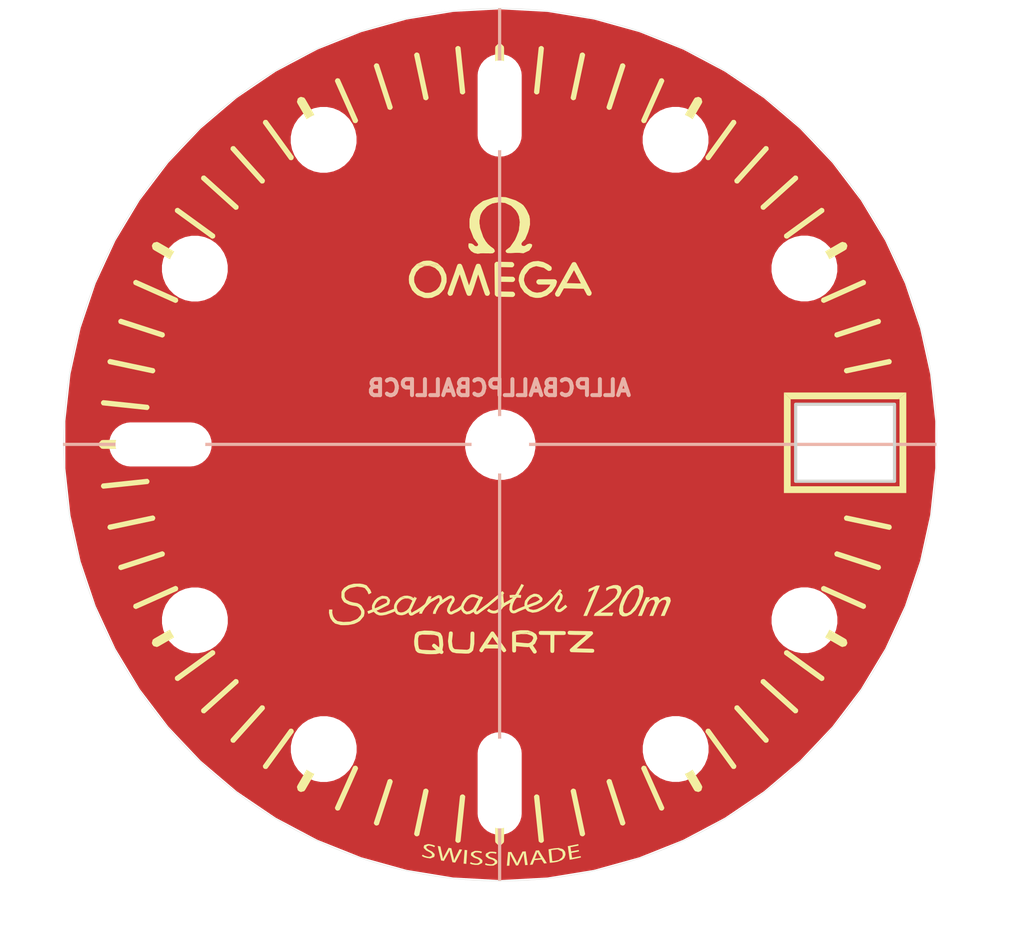
<source format=kicad_pcb>
(kicad_pcb (version 20171130) (host pcbnew "(5.1.9)-1")

  (general
    (thickness 0.4)
    (drawings 2)
    (tracks 0)
    (zones 0)
    (modules 1)
    (nets 1)
  )

  (page A4)
  (layers
    (0 F.Cu signal)
    (31 B.Cu signal)
    (32 B.Adhes user)
    (33 F.Adhes user)
    (34 B.Paste user)
    (35 F.Paste user)
    (36 B.SilkS user)
    (37 F.SilkS user)
    (38 B.Mask user)
    (39 F.Mask user)
    (40 Dwgs.User user)
    (41 Cmts.User user)
    (42 Eco1.User user)
    (43 Eco2.User user)
    (44 Edge.Cuts user)
    (45 Margin user)
    (46 B.CrtYd user)
    (47 F.CrtYd user)
    (48 B.Fab user)
    (49 F.Fab user)
  )

  (setup
    (last_trace_width 0.25)
    (trace_clearance 0.2)
    (zone_clearance 0.0254)
    (zone_45_only no)
    (trace_min 0.2)
    (via_size 0.8)
    (via_drill 0.4)
    (via_min_size 0.4)
    (via_min_drill 0.3)
    (uvia_size 0.3)
    (uvia_drill 0.1)
    (uvias_allowed no)
    (uvia_min_size 0.2)
    (uvia_min_drill 0.1)
    (edge_width 0.05)
    (segment_width 0.2)
    (pcb_text_width 0.3)
    (pcb_text_size 1.5 1.5)
    (mod_edge_width 0.12)
    (mod_text_size 1 1)
    (mod_text_width 0.15)
    (pad_size 0.98 2.809999)
    (pad_drill 0.98)
    (pad_to_mask_clearance 0)
    (aux_axis_origin 0 0)
    (visible_elements 7FFFFFFF)
    (pcbplotparams
      (layerselection 0x010fc_ffffffff)
      (usegerberextensions false)
      (usegerberattributes true)
      (usegerberadvancedattributes true)
      (creategerberjobfile true)
      (excludeedgelayer true)
      (linewidth 0.100000)
      (plotframeref false)
      (viasonmask false)
      (mode 1)
      (useauxorigin false)
      (hpglpennumber 1)
      (hpglpenspeed 20)
      (hpglpendiameter 15.000000)
      (psnegative false)
      (psa4output false)
      (plotreference true)
      (plotvalue true)
      (plotinvisibletext false)
      (padsonsilk false)
      (subtractmaskfromsilk false)
      (outputformat 1)
      (mirror false)
      (drillshape 0)
      (scaleselection 1)
      (outputdirectory "Exports/Gerbers/With-Holes/"))
  )

  (net 0 "")

  (net_class Default "This is the default net class."
    (clearance 0.2)
    (trace_width 0.25)
    (via_dia 0.8)
    (via_drill 0.4)
    (uvia_dia 0.3)
    (uvia_drill 0.1)
  )

  (module _seamaster-face:seamaster-face-3 (layer F.Cu) (tedit 63C9D131) (tstamp 63ACBA78)
    (at 134.3533 62.8142)
    (clearance 0.0254)
    (fp_text reference SeaMasterFace (at 13.716 -3.0607) (layer F.SilkS) hide
      (effects (font (size 1 1) (thickness 0.15)))
    )
    (fp_text value G***** (at 0 -10) (layer F.SilkS) hide
      (effects (font (size 1 1) (thickness 0.15)))
    )
    (fp_poly (pts (xy 26.0304 14.8238) (xy 22.9359 14.8238) (xy 22.9359 12.4116) (xy 26.0304 12.4116)) (layer Edge.Cuts) (width 0))
    (fp_poly (pts (xy 18.1518 18.1419) (xy 18.1758 18.2659) (xy 18.1401 18.4442) (xy 18.0972 18.5541)
      (xy 18.0444 18.6711) (xy 17.9244 18.8581) (xy 17.7905 18.9859) (xy 17.6468 19.0514)
      (xy 17.5723 19.057) (xy 17.5104 19.0515) (xy 17.4293 18.9877) (xy 17.4035 18.8631)
      (xy 17.4372 18.6811) (xy 17.4804 18.5673) (xy 17.533 18.4519) (xy 17.6558 18.2677)
      (xy 17.7825 18.1505) (xy 17.9117 18.1773) (xy 17.8236 18.2278) (xy 17.6869 18.3896)
      (xy 17.6017 18.5689) (xy 17.5382 18.7412) (xy 17.5372 18.9016) (xy 17.5827 18.9528)
      (xy 17.6212 18.9572) (xy 17.6679 18.9524) (xy 17.7603 18.8977) (xy 17.8932 18.7313)
      (xy 17.9727 18.5599) (xy 18.0353 18.3943) (xy 18.0423 18.2317) (xy 17.9957 18.1778)
      (xy 17.9526 18.173) (xy 17.9456 18.1738) (xy 18.1029 18.1041)) (layer F.SilkS) (width 0))
    (fp_poly (pts (xy 18.0685 18.0774) (xy 18.1029 18.1041) (xy 17.9456 18.1738) (xy 17.9117 18.1773)
      (xy 17.7825 18.1505) (xy 17.792 18.1418) (xy 17.9329 18.0773) (xy 18.0022 18.0718)) (layer F.SilkS) (width 0))
    (fp_poly (pts (xy 9.39346 18.0442) (xy 9.50491 18.0816) (xy 9.61979 18.2216) (xy 9.64503 18.2834)
      (xy 9.65282 18.3025) (xy 9.65896 18.315) (xy 9.56882 18.3661) (xy 9.55898 18.3467)
      (xy 9.54913 18.3225) (xy 9.52792 18.2706) (xy 9.44835 18.1708) (xy 9.37341 18.1458)
      (xy 9.37339 18.1458) (xy 9.20309 18.124) (xy 8.98757 18.1687) (xy 8.87825 18.2352)
      (xy 8.83946 18.2806) (xy 8.817 18.3235) (xy 8.81687 18.44) (xy 8.83921 18.4924)
      (xy 8.87396 18.5385) (xy 8.98352 18.5907) (xy 9.04587 18.608) (xy 9.08299 18.6169)
      (xy 9.12408 18.6238) (xy 9.21178 18.6386) (xy 9.28819 18.6758) (xy 9.3459 18.7215)
      (xy 9.43415 18.8662) (xy 9.43883 18.9566) (xy 9.41891 19.0512) (xy 9.29623 19.1974)
      (xy 9.22085 19.2434) (xy 9.11619 19.2915) (xy 8.93622 19.3261) (xy 8.87125 19.3292)
      (xy 8.86978 19.3292) (xy 8.86829 19.3293) (xy 8.82786 19.3313) (xy 8.7814 19.332)
      (xy 8.6958 19.3299) (xy 8.51766 19.2794) (xy 8.44245 19.2146) (xy 8.37396 19.1179)
      (xy 8.34847 19.0455) (xy 8.32586 18.9433) (xy 8.32946 18.8654) (xy 8.33011 18.8512)
      (xy 8.33038 18.839) (xy 8.38217 18.8393) (xy 8.43396 18.8396) (xy 8.4337 18.8538)
      (xy 8.43294 18.8702) (xy 8.4299 18.9362) (xy 8.44617 19.011) (xy 8.46695 19.07)
      (xy 8.51838 19.1441) (xy 8.59232 19.202) (xy 8.77978 19.2299) (xy 8.86329 19.2258)
      (xy 8.86481 19.2258) (xy 8.86629 19.2257) (xy 8.99329 19.2196) (xy 9.17194 19.1521)
      (xy 9.22713 19.1187) (xy 9.32059 19.0139) (xy 9.33556 18.9487) (xy 9.33226 18.8927)
      (xy 9.27178 18.7948) (xy 9.22927 18.761) (xy 9.17872 18.7381) (xy 9.10693 18.726)
      (xy 9.06246 18.7185) (xy 9.01817 18.7079) (xy 8.94522 18.6876) (xy 8.80057 18.6136)
      (xy 8.74879 18.5429) (xy 8.71426 18.4626) (xy 8.71819 18.2879) (xy 8.75609 18.2192)
      (xy 8.8043 18.1622) (xy 8.93688 18.0781) (xy 9.10329 18.0324) (xy 9.29293 18.0281)) (layer F.SilkS) (width 0))
    (fp_poly (pts (xy 22.7791 14.9807) (xy 26.1872 14.9807) (xy 26.1872 12.2547) (xy 26.1381 12.2547)
      (xy 26.3987 12.0432) (xy 26.3987 15.1922) (xy 22.5676 15.1922) (xy 22.5676 12.0432)
      (xy 22.7791 12.2547)) (layer F.SilkS) (width 0))
    (fp_poly (pts (xy 26.1381 12.2547) (xy 22.7791 12.2547) (xy 22.5676 12.0432) (xy 26.3987 12.0432)) (layer F.SilkS) (width 0))
    (fp_poly (pts (xy 11.5133 26.1959) (xy 11.6 26.2185) (xy 11.649 26.2443) (xy 11.6348 26.2647)
      (xy 11.6206 26.285) (xy 11.5807 26.263) (xy 11.5038 26.2409) (xy 11.4458 26.2332)
      (xy 11.3835 26.2576) (xy 11.3759 26.2792) (xy 11.3767 26.3075) (xy 11.4325 26.3585)
      (xy 11.4893 26.3875) (xy 11.5603 26.4244) (xy 11.6335 26.4999) (xy 11.6347 26.545)
      (xy 11.6192 26.5913) (xy 11.4984 26.6366) (xy 11.3932 26.6221) (xy 11.2981 26.5958)
      (xy 11.2333 26.5596) (xy 11.2472 26.5388) (xy 11.2611 26.5181) (xy 11.3221 26.5537)
      (xy 11.4056 26.5779) (xy 11.4652 26.5866) (xy 11.5393 26.5622) (xy 11.5496 26.5331)
      (xy 11.5492 26.5043) (xy 11.4969 26.4522) (xy 11.4415 26.4238) (xy 11.3715 26.3886)
      (xy 11.2939 26.311) (xy 11.2926 26.2675) (xy 11.3104 26.2223) (xy 11.4264 26.1841)) (layer F.SilkS) (width 0))
    (fp_poly (pts (xy 11.7725 26.2531) (xy 11.8151 26.2607) (xy 11.839 26.3752) (xy 11.8637 26.4898)
      (xy 11.8818 26.5744) (xy 11.8941 26.6452) (xy 11.895 26.6454) (xy 11.896 26.6455)
      (xy 11.9242 26.5813) (xy 11.9649 26.5062) (xy 12.0192 26.4051) (xy 12.073 26.3037)
      (xy 12.1153 26.3101) (xy 12.1577 26.3163) (xy 12.1848 26.4305) (xy 12.2127 26.5448)
      (xy 12.2319 26.6245) (xy 12.2437 26.6977) (xy 12.2456 26.698) (xy 12.2743 26.6299)
      (xy 12.3101 26.5566) (xy 12.3615 26.4538) (xy 12.4123 26.3507) (xy 12.4537 26.3558)
      (xy 12.4952 26.3607) (xy 12.3884 26.5645) (xy 12.279 26.7671) (xy 12.2355 26.7613)
      (xy 12.192 26.7553) (xy 12.1619 26.6381) (xy 12.1328 26.5209) (xy 12.1143 26.4415)
      (xy 12.106 26.3751) (xy 12.1051 26.375) (xy 12.1042 26.3749) (xy 12.0792 26.4359)
      (xy 12.0404 26.507) (xy 11.9831 26.6111) (xy 11.9251 26.7149) (xy 11.8816 26.7077)
      (xy 11.8381 26.7003) (xy 11.7822 26.4729) (xy 11.7298 26.2452)) (layer F.SilkS) (width 0))
    (fp_poly (pts (xy 12.6135 26.3738) (xy 12.654 26.378) (xy 12.6391 26.5927) (xy 12.6248 26.8075)
      (xy 12.5832 26.8031) (xy 12.5416 26.7986) (xy 12.5569 26.584) (xy 12.573 26.3694)) (layer F.SilkS) (width 0))
    (fp_poly (pts (xy 12.9796 26.3995) (xy 13.0672 26.4107) (xy 13.1173 26.4297) (xy 13.1052 26.4519)
      (xy 13.0932 26.4739) (xy 13.0523 26.4572) (xy 12.9749 26.4456) (xy 12.9169 26.4455)
      (xy 12.858 26.4779) (xy 12.8526 26.5005) (xy 12.8562 26.5284) (xy 12.9157 26.5718)
      (xy 12.974 26.5931) (xy 13.0471 26.6203) (xy 13.126 26.6857) (xy 13.1313 26.7303)
      (xy 13.1204 26.7783) (xy 13.0062 26.8391) (xy 12.9019 26.8388) (xy 12.8062 26.8251)
      (xy 12.7389 26.7975) (xy 12.7508 26.7752) (xy 12.7626 26.7529) (xy 12.8255 26.7802)
      (xy 12.9095 26.7933) (xy 12.9689 26.7939) (xy 13.0394 26.7598) (xy 13.0467 26.7295)
      (xy 13.0437 26.701) (xy 12.9878 26.6563) (xy 12.9308 26.6355) (xy 12.8589 26.6096)
      (xy 12.7755 26.5429) (xy 12.7702 26.4999) (xy 12.7832 26.4527) (xy 12.8932 26.3992)) (layer F.SilkS) (width 0))
    (fp_poly (pts (xy 13.5242 26.4308) (xy 13.575 26.4478) (xy 13.5637 26.4704) (xy 13.5524 26.493)
      (xy 13.5112 26.4782) (xy 13.4334 26.4695) (xy 13.3759 26.4719) (xy 13.3183 26.5066)
      (xy 13.3136 26.5294) (xy 13.3178 26.5571) (xy 13.3784 26.598) (xy 13.4376 26.617)
      (xy 13.5109 26.6411) (xy 13.5914 26.7033) (xy 13.598 26.7477) (xy 13.5886 26.7961)
      (xy 13.4766 26.8617) (xy 13.3727 26.8654) (xy 13.277 26.8556) (xy 13.2091 26.8311)
      (xy 13.2203 26.8082) (xy 13.2314 26.7853) (xy 13.2314 26.7854) (xy 13.2948 26.81)
      (xy 13.3789 26.8196) (xy 13.4381 26.8179) (xy 13.5072 26.7809) (xy 13.5137 26.7504)
      (xy 13.5099 26.722) (xy 13.4527 26.6796) (xy 13.395 26.661) (xy 13.3228 26.6383)
      (xy 13.2378 26.5749) (xy 13.2311 26.5321) (xy 13.2429 26.4844) (xy 13.351 26.4266)
      (xy 13.4371 26.4233)) (layer F.SilkS) (width 0))
    (fp_poly (pts (xy 14.5159 26.6278) (xy 14.5478 26.8413) (xy 14.5075 26.844) (xy 14.4671 26.8465)
      (xy 14.4544 26.7527) (xy 14.442 26.659) (xy 14.4419 26.659) (xy 14.4298 26.5631)
      (xy 14.4239 26.474) (xy 14.4224 26.474) (xy 14.421 26.474) (xy 14.3901 26.5527)
      (xy 14.3491 26.6416) (xy 14.2976 26.7486) (xy 14.2453 26.8552) (xy 14.2141 26.8566)
      (xy 14.1829 26.8577) (xy 14.128 26.7568) (xy 14.0742 26.6555) (xy 14.0296 26.5678)
      (xy 13.998 26.49) (xy 13.997 26.49) (xy 13.9959 26.4901) (xy 13.9936 26.5796)
      (xy 13.9875 26.6801) (xy 13.9739 26.865) (xy 13.9345 26.8656) (xy 13.8952 26.866)
      (xy 13.9144 26.6504) (xy 13.9333 26.4348) (xy 13.9845 26.4341) (xy 14.0357 26.433)
      (xy 14.0913 26.536) (xy 14.1479 26.6387) (xy 14.1872 26.7141) (xy 14.2164 26.7812)
      (xy 14.2189 26.7812) (xy 14.2442 26.7131) (xy 14.2808 26.6337) (xy 14.3326 26.527)
      (xy 14.3836 26.42) (xy 14.4346 26.4172) (xy 14.4855 26.4141)) (layer F.SilkS) (width 0))
    (fp_poly (pts (xy 13.8664 5.92891) (xy 14.1753 6.02957) (xy 14.3287 6.11805) (xy 14.408 6.17762)
      (xy 14.4668 6.25743) (xy 14.5174 6.33922) (xy 14.5984 6.51313) (xy 14.6136 6.60788)
      (xy 14.621 6.76607) (xy 14.5894 6.91833) (xy 14.5569 7.02916) (xy 14.4667 7.24236)
      (xy 14.3798 7.32815) (xy 14.3517 7.37111) (xy 14.3554 7.41889) (xy 14.3743 7.44526)
      (xy 14.4345 7.46028) (xy 14.4679 7.44835) (xy 14.5114 7.41718) (xy 14.5556 7.39236)
      (xy 14.6128 7.38162) (xy 14.6637 7.3967) (xy 14.6874 7.41823) (xy 14.6772 7.47326)
      (xy 14.6618 7.49999) (xy 14.596 7.59514) (xy 14.4161 7.67914) (xy 14.3015 7.67038)
      (xy 14.2217 7.66575) (xy 14.1406 7.67031) (xy 14.0297 7.67476) (xy 13.9191 7.67412)
      (xy 13.8843 7.66117) (xy 13.8608 7.62889) (xy 13.8625 7.59868) (xy 13.8858 7.57149)
      (xy 13.9972 7.48806) (xy 14.1504 7.26802) (xy 14.2046 7.14812) (xy 14.2711 6.97666)
      (xy 14.3032 6.7078) (xy 14.274 6.52647) (xy 14.2373 6.4361) (xy 14.1801 6.34282)
      (xy 14.1021 6.26186) (xy 14.0264 6.19279) (xy 13.8442 6.10645) (xy 13.6427 6.08251)
      (xy 13.4417 6.12123) (xy 13.3487 6.16679) (xy 13.2688 6.21741) (xy 13.1438 6.34742)
      (xy 13.099 6.42097) (xy 13.0637 6.49707) (xy 13.0346 6.67288) (xy 13.0396 6.75855)
      (xy 13.0603 6.90239) (xy 13.1553 7.17718) (xy 13.2287 7.30444) (xy 13.3002 7.39316)
      (xy 13.3869 7.47141) (xy 13.4295 7.50208) (xy 13.472 7.53279) (xy 13.4955 7.55696)
      (xy 13.519 7.61506) (xy 13.5033 7.64536) (xy 13.461 7.67802) (xy 13.4039 7.68688)
      (xy 13.2815 7.6851) (xy 13.159 7.67933) (xy 13.0949 7.68126) (xy 13.0313 7.6902)
      (xy 12.9754 7.69503) (xy 12.8675 7.67027) (xy 12.7749 7.61038) (xy 12.7095 7.52223)
      (xy 12.6925 7.46894) (xy 12.6923 7.42141) (xy 12.7035 7.37118) (xy 12.7586 7.37519)
      (xy 12.8105 7.38734) (xy 12.8477 7.4129) (xy 12.8828 7.44555) (xy 12.9099 7.46198)
      (xy 12.9641 7.46189) (xy 12.9873 7.43945) (xy 13.0014 7.4137) (xy 12.9808 7.37078)
      (xy 12.9626 7.34974) (xy 12.8558 7.20443) (xy 12.7308 6.88083) (xy 12.7251 6.69837)
      (xy 12.7311 6.6096) (xy 12.7739 6.43995) (xy 12.8145 6.36281) (xy 12.8952 6.24974)
      (xy 13.0002 6.15661) (xy 13.1484 6.0487) (xy 13.5042 5.93177) (xy 13.7248 5.92173)) (layer F.SilkS) (width 0))
    (fp_poly (pts (xy 13.8664 5.92891) (xy 14.1753 6.02957) (xy 14.3287 6.11805) (xy 14.408 6.17762)
      (xy 14.4668 6.25743) (xy 14.5174 6.33922) (xy 14.5984 6.51313) (xy 14.6136 6.60788)
      (xy 14.621 6.76607) (xy 14.5894 6.91833) (xy 14.5568 7.02916) (xy 14.4667 7.24237)
      (xy 14.3799 7.32815) (xy 14.3517 7.37108) (xy 14.3554 7.41889) (xy 14.3743 7.44526)
      (xy 14.4345 7.46028) (xy 14.4679 7.44835) (xy 14.5113 7.41716) (xy 14.5556 7.39236)
      (xy 14.6128 7.38162) (xy 14.6637 7.3967) (xy 14.6874 7.41823) (xy 14.6772 7.47326)
      (xy 14.6618 7.49999) (xy 14.5961 7.59515) (xy 14.4161 7.67914) (xy 14.3015 7.67038)
      (xy 14.2217 7.66575) (xy 14.1406 7.67027) (xy 14.0297 7.67475) (xy 13.9191 7.67412)
      (xy 13.8843 7.66117) (xy 13.8608 7.62889) (xy 13.8625 7.59868) (xy 13.8859 7.57149)
      (xy 13.9972 7.48806) (xy 14.1504 7.26802) (xy 14.2046 7.14812) (xy 14.2711 6.97664)
      (xy 14.3032 6.70779) (xy 14.274 6.52647) (xy 14.2373 6.4361) (xy 14.1801 6.34281)
      (xy 14.1021 6.26183) (xy 14.0264 6.19276) (xy 13.8442 6.10643) (xy 13.6427 6.0825)
      (xy 13.4417 6.12123) (xy 13.3487 6.16679) (xy 13.2688 6.21741) (xy 13.1438 6.34742)
      (xy 13.099 6.42097) (xy 13.0638 6.49707) (xy 13.0346 6.67288) (xy 13.0396 6.75855)
      (xy 13.0603 6.90239) (xy 13.1553 7.17718) (xy 13.2287 7.30444) (xy 13.3002 7.39316)
      (xy 13.3869 7.47141) (xy 13.4295 7.50208) (xy 13.472 7.53279) (xy 13.4955 7.55696)
      (xy 13.519 7.61505) (xy 13.5033 7.64533) (xy 13.461 7.67804) (xy 13.4039 7.68689)
      (xy 13.2815 7.68511) (xy 13.159 7.67934) (xy 13.0949 7.68126) (xy 13.0313 7.69021)
      (xy 12.9754 7.69504) (xy 12.8675 7.67028) (xy 12.7749 7.61039) (xy 12.7095 7.52223)
      (xy 12.6926 7.46895) (xy 12.6923 7.42143) (xy 12.7035 7.37116) (xy 12.7586 7.3752)
      (xy 12.8105 7.38735) (xy 12.8477 7.41291) (xy 12.8828 7.44556) (xy 12.9099 7.46199)
      (xy 12.9641 7.4619) (xy 12.9874 7.43946) (xy 13.0015 7.4137) (xy 12.9808 7.37078)
      (xy 12.9626 7.34975) (xy 12.8558 7.20444) (xy 12.7308 6.88084) (xy 12.7251 6.69838)
      (xy 12.7311 6.60959) (xy 12.7739 6.43995) (xy 12.8145 6.36282) (xy 12.8952 6.24974)
      (xy 13.0001 6.15662) (xy 13.1484 6.04871) (xy 13.5042 5.93178) (xy 13.7248 5.92174)
      (xy 13.7248 5.92173)) (layer F.SilkS) (width 0))
    (fp_poly (pts (xy 16.4061 19.0408) (xy 16.2897 19.0408) (xy 16.6401 18.2082) (xy 16.6374 18.2082)
      (xy 16.4432 18.2976) (xy 16.4609 18.1993) (xy 16.7046 18.0879) (xy 16.8072 18.0879)) (layer F.SilkS) (width 0))
    (fp_poly (pts (xy 17.3685 18.0762) (xy 17.4536 18.1222) (xy 17.4922 18.2461) (xy 17.459 18.3489)
      (xy 17.3901 18.4767) (xy 17.1258 18.7218) (xy 16.9345 18.8605) (xy 16.8834 18.8964)
      (xy 16.8322 18.9323) (xy 16.8316 18.9338) (xy 16.831 18.9352) (xy 17.2344 18.9352)
      (xy 17.1899 19.0408) (xy 16.6147 19.0408) (xy 16.6314 19.0012) (xy 16.6481 18.9617)
      (xy 16.7169 18.9133) (xy 16.7857 18.8649) (xy 17.0093 18.7046) (xy 17.2732 18.4704)
      (xy 17.3316 18.365) (xy 17.3563 18.2932) (xy 17.3347 18.2103) (xy 17.2781 18.1802)
      (xy 17.2317 18.1774) (xy 17.1064 18.2001) (xy 17.0059 18.2595) (xy 17.0056 18.214)
      (xy 17.0054 18.1686) (xy 17.0723 18.1287) (xy 17.2229 18.0769) (xy 17.3011 18.0718)) (layer F.SilkS) (width 0))
    (fp_poly (pts (xy 18.949 18.4413) (xy 19.0057 18.4712) (xy 19.0279 18.5682) (xy 18.9889 18.6776)
      (xy 18.9114 18.8592) (xy 18.834 19.0408) (xy 18.7142 19.0408) (xy 18.7861 18.8722)
      (xy 18.858 18.7037) (xy 18.8873 18.6246) (xy 18.8848 18.5776) (xy 18.8662 18.5454)
      (xy 18.8152 18.5389) (xy 18.7632 18.5471) (xy 18.7067 18.5878) (xy 18.6537 18.6403)
      (xy 18.6189 18.7074) (xy 18.5478 18.8741) (xy 18.4767 19.0408) (xy 18.3574 19.0408)
      (xy 18.5049 18.6952) (xy 18.5307 18.6236) (xy 18.5067 18.5454) (xy 18.4569 18.5389)
      (xy 18.4036 18.5468) (xy 18.3488 18.5861) (xy 18.2976 18.6381) (xy 18.2616 18.7085)
      (xy 18.1908 18.8747) (xy 18.1199 19.0408) (xy 18.0001 19.0408) (xy 18.1256 18.7467)
      (xy 18.2511 18.4527) (xy 18.3709 18.4527) (xy 18.3511 18.499) (xy 18.3313 18.5452)
      (xy 18.3339 18.5452) (xy 18.3874 18.4965) (xy 18.4987 18.4433) (xy 18.5566 18.4388)
      (xy 18.6107 18.4437) (xy 18.666 18.5025) (xy 18.6671 18.5564) (xy 18.7242 18.5025)
      (xy 18.8436 18.4438) (xy 18.9058 18.4388)) (layer F.SilkS) (width 0))
    (fp_poly (pts (xy 12.3888 1.19123) (xy 12.4391 1.22545) (xy 12.4476 1.25653) (xy 12.5195 1.94056)
      (xy 12.5914 2.62458) (xy 12.5896 2.65672) (xy 12.5474 2.70066) (xy 12.5167 2.70765)
      (xy 12.4851 2.7072) (xy 12.4348 2.67299) (xy 12.4263 2.64189) (xy 12.3544 1.95789)
      (xy 12.2825 1.27388) (xy 12.2843 1.24171) (xy 12.3265 1.19778) (xy 12.3572 1.19077)) (layer F.SilkS) (width 0))
    (fp_poly (pts (xy 11.1451 1.42215) (xy 11.1568 1.45219) (xy 11.2998 2.12495) (xy 11.4428 2.79769)
      (xy 11.4444 2.82987) (xy 11.407 2.87797) (xy 11.3772 2.88814) (xy 11.3457 2.89099)
      (xy 11.2921 2.86223) (xy 11.2804 2.83219) (xy 11.1374 2.15945) (xy 10.9944 1.48669)
      (xy 10.9929 1.45451) (xy 11.0302 1.40641) (xy 11.0601 1.39624) (xy 11.0915 1.39339)) (layer F.SilkS) (width 0))
    (fp_poly (pts (xy 9.87878 1.75303) (xy 9.89348 1.78168) (xy 10.106 2.43582) (xy 10.3186 3.08993)
      (xy 10.3235 3.12175) (xy 10.2914 3.17349) (xy 10.2628 3.18673) (xy 10.2318 3.19285)
      (xy 10.1754 3.16987) (xy 10.1608 3.14122) (xy 9.9482 2.48707) (xy 9.73565 1.83297)
      (xy 9.73071 1.80115) (xy 9.76282 1.74941) (xy 9.79146 1.73617) (xy 9.82241 1.73005)) (layer F.SilkS) (width 0))
    (fp_poly (pts (xy 8.65396 2.21448) (xy 8.67159 2.24146) (xy 8.95133 2.86976) (xy 9.23106 3.49806)
      (xy 9.23106 3.49807) (xy 9.23931 3.52922) (xy 9.2128 3.58404) (xy 9.18569 3.6002)
      (xy 9.15555 3.60952) (xy 9.09706 3.59256) (xy 9.07943 3.56559) (xy 8.79971 2.93727)
      (xy 8.51996 2.30895) (xy 8.51171 2.2778) (xy 8.53822 2.22299) (xy 8.56533 2.20682)
      (xy 8.59548 2.1975)) (layer F.SilkS) (width 0))
    (fp_poly (pts (xy 6.38192 3.50745) (xy 6.40476 3.53017) (xy 6.80905 4.08659) (xy 7.2133 4.64301)
      (xy 7.2133 4.64302) (xy 7.22784 4.67175) (xy 7.2133 4.73088) (xy 7.19016 4.75231)
      (xy 7.16261 4.76771) (xy 7.10188 4.76326) (xy 7.07903 4.74056) (xy 6.67478 4.18415)
      (xy 6.27049 3.62772) (xy 6.25595 3.59896) (xy 6.27049 3.53982) (xy 6.29363 3.51839)
      (xy 6.32119 3.503)) (layer F.SilkS) (width 0))
    (fp_poly (pts (xy 5.38474 4.34498) (xy 5.84495 4.85611) (xy 6.30514 5.36723) (xy 6.30515 5.36723)
      (xy 6.32263 5.39431) (xy 6.31436 5.45462) (xy 6.29358 5.47836) (xy 6.26779 5.49654)
      (xy 6.20693 5.49848) (xy 6.18185 5.47829) (xy 5.26141 4.45604) (xy 5.24393 4.42896)
      (xy 5.2522 4.36865) (xy 5.27298 4.34491) (xy 5.29877 4.32672) (xy 5.35963 4.32478)) (layer F.SilkS) (width 0))
    (fp_poly (pts (xy 4.45544 5.262) (xy 5.47769 6.18244) (xy 5.47769 6.18243) (xy 5.49787 6.20752)
      (xy 5.49594 6.26837) (xy 5.47776 6.29416) (xy 5.45402 6.31494) (xy 5.3937 6.32321)
      (xy 5.36663 6.30573) (xy 4.8555 5.84555) (xy 4.34438 5.38533) (xy 4.32419 5.36022)
      (xy 4.32613 5.29936) (xy 4.34431 5.27357) (xy 4.36806 5.25279) (xy 4.42837 5.24452)) (layer F.SilkS) (width 0))
    (fp_poly (pts (xy 3.62712 6.27109) (xy 4.18354 6.67538) (xy 4.73996 7.07963) (xy 4.73995 7.07963)
      (xy 4.76265 7.10248) (xy 4.7671 7.16322) (xy 4.7517 7.19076) (xy 4.73027 7.2139)
      (xy 4.67114 7.22844) (xy 4.64241 7.2139) (xy 4.08599 6.80964) (xy 3.52957 6.40536)
      (xy 3.50685 6.38252) (xy 3.50241 6.32179) (xy 3.51779 6.29423) (xy 3.53923 6.27109)
      (xy 3.59836 6.25655)) (layer F.SilkS) (width 0))
    (fp_poly (pts (xy 2.30835 8.52056) (xy 2.93667 8.80031) (xy 3.56499 9.08003) (xy 3.56498 9.08003)
      (xy 3.59195 9.09767) (xy 3.60891 9.15615) (xy 3.59959 9.18629) (xy 3.58343 9.2134)
      (xy 3.52861 9.23991) (xy 3.49746 9.23166) (xy 2.86917 8.95192) (xy 2.24086 8.67219)
      (xy 2.21388 8.65456) (xy 2.1969 8.59608) (xy 2.20622 8.56593) (xy 2.22239 8.53882)
      (xy 2.2772 8.51231)) (layer F.SilkS) (width 0))
    (fp_poly (pts (xy 1.83238 9.73624) (xy 2.48649 9.94879) (xy 3.14063 10.1613) (xy 3.16928 10.176)
      (xy 3.19226 10.2324) (xy 3.18614 10.2634) (xy 3.17291 10.292) (xy 3.12117 10.3241)
      (xy 3.08934 10.3192) (xy 2.43524 10.1066) (xy 1.78109 9.89407) (xy 1.75244 9.87937)
      (xy 1.72946 9.823) (xy 1.73558 9.79205) (xy 1.74881 9.76341) (xy 1.80055 9.7313)) (layer F.SilkS) (width 0))
    (fp_poly (pts (xy 1.4861 10.995) (xy 2.15887 11.138) (xy 2.8316 11.281) (xy 2.86164 11.2927)
      (xy 2.8904 11.3463) (xy 2.88755 11.3778) (xy 2.87738 11.4076) (xy 2.82928 11.445)
      (xy 2.7971 11.4434) (xy 2.12437 11.3004) (xy 1.4516 11.1574) (xy 1.42156 11.1457)
      (xy 1.3928 11.0921) (xy 1.39565 11.0607) (xy 1.40582 11.0308) (xy 1.45392 10.9935)) (layer F.SilkS) (width 0))
    (fp_poly (pts (xy 1.95731 12.355) (xy 2.64131 12.4269) (xy 2.64132 12.4269) (xy 2.67242 12.4354)
      (xy 2.70663 12.4857) (xy 2.70708 12.5173) (xy 2.70009 12.548) (xy 2.65615 12.5902)
      (xy 2.624 12.592) (xy 1.93997 12.5201) (xy 1.25595 12.4482) (xy 1.22487 12.4397)
      (xy 1.19065 12.3894) (xy 1.19019 12.3578) (xy 1.1972 12.3271) (xy 1.24113 12.2849)
      (xy 1.2733 12.2831)) (layer F.SilkS) (width 0))
    (fp_poly (pts (xy 2.65613 14.7486) (xy 2.70007 14.7907) (xy 2.70706 14.8215) (xy 2.70661 14.853)
      (xy 2.6724 14.9034) (xy 2.6413 14.9118) (xy 1.9573 14.9838) (xy 1.27329 15.0556)
      (xy 1.24112 15.0539) (xy 1.19719 15.0117) (xy 1.19018 14.9809) (xy 1.19064 14.9494)
      (xy 1.22486 14.899) (xy 1.25594 14.8906) (xy 1.93997 14.8187) (xy 2.62399 14.7468)) (layer F.SilkS) (width 0))
    (fp_poly (pts (xy 2.62399 14.7468) (xy 2.62398 14.7468) (xy 2.62399 14.7468)) (layer F.SilkS) (width 0))
    (fp_poly (pts (xy 2.87738 15.9311) (xy 2.88755 15.961) (xy 2.8904 15.9924) (xy 2.86164 16.0461)
      (xy 2.8316 16.0577) (xy 2.15887 16.2007) (xy 1.4861 16.3437) (xy 1.45392 16.3453)
      (xy 1.40582 16.308) (xy 1.39565 16.2781) (xy 1.3928 16.2467) (xy 1.42156 16.193)
      (xy 1.4516 16.1814) (xy 2.12437 16.0384) (xy 2.7971 15.8954) (xy 2.82928 15.8938)) (layer F.SilkS) (width 0))
    (fp_poly (pts (xy 3.1729 17.0468) (xy 3.18614 17.0754) (xy 3.19226 17.1063) (xy 3.16928 17.1627)
      (xy 3.14063 17.1774) (xy 2.48649 17.39) (xy 1.83238 17.6025) (xy 1.80056 17.6075)
      (xy 1.74882 17.5753) (xy 1.73558 17.5467) (xy 1.72946 17.5158) (xy 1.75244 17.4594)
      (xy 1.78109 17.4447) (xy 2.43524 17.2321) (xy 3.08934 17.0196) (xy 3.12116 17.0147)) (layer F.SilkS) (width 0))
    (fp_poly (pts (xy 3.58345 18.1254) (xy 3.59961 18.1525) (xy 3.60893 18.1826) (xy 3.59197 18.2411)
      (xy 3.565 18.2587) (xy 2.93668 18.5385) (xy 2.30836 18.8182) (xy 2.27721 18.8265)
      (xy 2.2224 18.7999) (xy 2.20623 18.7728) (xy 2.19691 18.7427) (xy 2.21389 18.6842)
      (xy 2.24087 18.6666) (xy 2.86917 18.3868) (xy 3.49747 18.1071) (xy 3.49748 18.1071)
      (xy 3.52863 18.0989)) (layer F.SilkS) (width 0))
    (fp_poly (pts (xy 4.73029 20.1249) (xy 4.75172 20.148) (xy 4.76712 20.1756) (xy 4.76267 20.2363)
      (xy 4.73997 20.2591) (xy 4.18356 20.6634) (xy 3.62713 21.0677) (xy 3.59837 21.0822)
      (xy 3.53923 21.0677) (xy 3.5178 21.0445) (xy 3.50242 21.017) (xy 3.50686 20.9563)
      (xy 3.52958 20.9334) (xy 4.08599 20.5291) (xy 4.64242 20.1249) (xy 4.64243 20.1249)
      (xy 4.67116 20.1103)) (layer F.SilkS) (width 0))
    (fp_poly (pts (xy 5.45403 21.0238) (xy 5.47777 21.0446) (xy 5.49595 21.0704) (xy 5.49789 21.1312)
      (xy 5.4777 21.1563) (xy 4.45545 22.0768) (xy 4.42837 22.0942) (xy 4.36806 22.086)
      (xy 4.34432 22.0652) (xy 4.32613 22.0394) (xy 4.32419 21.9785) (xy 4.34439 21.9534)
      (xy 4.85551 21.4932) (xy 5.36664 21.033) (xy 5.39372 21.0155)) (layer F.SilkS) (width 0))
    (fp_poly (pts (xy 6.26777 21.8422) (xy 6.29356 21.8604) (xy 6.31434 21.8841) (xy 6.32261 21.9445)
      (xy 6.30513 21.9715) (xy 5.84495 22.4827) (xy 5.38473 22.9938) (xy 5.35962 23.014)
      (xy 5.29876 23.012) (xy 5.27297 22.9938) (xy 5.25219 22.9701) (xy 5.24392 22.9098)
      (xy 5.2614 22.8827) (xy 6.18184 21.8605) (xy 6.18183 21.8605) (xy 6.20692 21.8403)) (layer F.SilkS) (width 0))
    (fp_poly (pts (xy 7.19016 22.5865) (xy 7.2133 22.6079) (xy 7.22784 22.667) (xy 7.2133 22.6958)
      (xy 6.80905 23.2522) (xy 6.40476 23.8086) (xy 6.38192 23.8313) (xy 6.32119 23.8358)
      (xy 6.29363 23.8204) (xy 6.27049 23.7989) (xy 6.25595 23.7398) (xy 6.27049 23.7111)
      (xy 6.67478 23.1546) (xy 7.07903 22.5982) (xy 7.10188 22.5755) (xy 7.16262 22.5711)) (layer F.SilkS) (width 0))
    (fp_poly (pts (xy 9.1857 23.7386) (xy 9.21281 23.7547) (xy 9.23932 23.8096) (xy 9.23107 23.8407)
      (xy 8.95134 24.469) (xy 8.6716 25.0973) (xy 8.65397 25.1243) (xy 8.59549 25.1413)
      (xy 8.56534 25.1319) (xy 8.53823 25.1158) (xy 8.51172 25.061) (xy 8.51997 25.0298)
      (xy 8.79972 24.4015) (xy 9.07944 23.7732) (xy 9.09708 23.7462) (xy 9.15556 23.7293)) (layer F.SilkS) (width 0))
    (fp_poly (pts (xy 10.2628 24.152) (xy 10.2914 24.1653) (xy 10.3235 24.217) (xy 10.3186 24.2488)
      (xy 10.106 24.9029) (xy 9.89347 25.5571) (xy 9.87877 25.5857) (xy 9.8224 25.6087)
      (xy 9.79145 25.6026) (xy 9.76281 25.5894) (xy 9.7307 25.5376) (xy 9.73564 25.5058)
      (xy 9.94819 24.8517) (xy 10.1607 24.1975) (xy 10.1754 24.1689) (xy 10.2318 24.1459)) (layer F.SilkS) (width 0))
    (fp_poly (pts (xy 11.3772 24.4506) (xy 11.407 24.4608) (xy 11.4444 24.5089) (xy 11.4428 24.5411)
      (xy 11.2998 25.2138) (xy 11.1568 25.8866) (xy 11.1451 25.9166) (xy 11.0915 25.9454)
      (xy 11.0601 25.9425) (xy 11.0302 25.9323) (xy 10.9929 25.8842) (xy 10.9944 25.8521)
      (xy 11.1374 25.1793) (xy 11.2804 24.5066) (xy 11.2921 24.4765) (xy 11.3457 24.4478)) (layer F.SilkS) (width 0))
    (fp_poly (pts (xy 12.5474 24.6381) (xy 12.5896 24.682) (xy 12.5914 24.7142) (xy 12.5195 25.3982)
      (xy 12.4476 26.0822) (xy 12.4391 26.1133) (xy 12.3888 26.1475) (xy 12.3572 26.148)
      (xy 12.3265 26.141) (xy 12.2843 26.097) (xy 12.2825 26.0649) (xy 12.3544 25.3809)
      (xy 12.4263 24.6969) (xy 12.4348 24.6658) (xy 12.4851 24.6315) (xy 12.5167 24.6311)) (layer F.SilkS) (width 0))
    (fp_poly (pts (xy 14.8524 24.6316) (xy 14.9028 24.6658) (xy 14.9112 24.6969) (xy 14.9832 25.3809)
      (xy 15.055 26.0649) (xy 15.0533 26.097) (xy 15.0111 26.141) (xy 14.9803 26.148)
      (xy 14.9488 26.1475) (xy 14.8984 26.1133) (xy 14.89 26.0822) (xy 14.8181 25.3982)
      (xy 14.7462 24.7142) (xy 14.748 24.682) (xy 14.7901 24.6381) (xy 14.8209 24.6311)) (layer F.SilkS) (width 0))
    (fp_poly (pts (xy 16.0455 24.4765) (xy 16.0571 24.5066) (xy 16.2001 25.1793) (xy 16.3431 25.8521)
      (xy 16.3447 25.8842) (xy 16.3074 25.9323) (xy 16.2775 25.9425) (xy 16.2461 25.9454)
      (xy 16.1924 25.9166) (xy 16.1808 25.8866) (xy 16.0378 25.2138) (xy 15.8948 24.5411)
      (xy 15.8932 24.5089) (xy 15.9305 24.4608) (xy 15.9604 24.4506) (xy 15.9918 24.4478)) (layer F.SilkS) (width 0))
    (fp_poly (pts (xy 17.1621 24.1689) (xy 17.1768 24.1975) (xy 17.3894 24.8517) (xy 17.6019 25.5058)
      (xy 17.6069 25.5376) (xy 17.5748 25.5893) (xy 17.5461 25.6026) (xy 17.5152 25.6087)
      (xy 17.4588 25.5857) (xy 17.4441 25.5571) (xy 17.2315 24.9029) (xy 17.019 24.2488)
      (xy 17.0141 24.217) (xy 17.0462 24.1653) (xy 17.0748 24.152) (xy 17.1058 24.1459)) (layer F.SilkS) (width 0))
    (fp_poly (pts (xy 18.2405 23.7462) (xy 18.2581 23.7732) (xy 18.5379 24.4015) (xy 18.8176 25.0298)
      (xy 18.8259 25.061) (xy 18.7994 25.1158) (xy 18.7722 25.1319) (xy 18.7421 25.1413)
      (xy 18.6836 25.1243) (xy 18.666 25.0973) (xy 18.3862 24.469) (xy 18.1065 23.8407)
      (xy 18.0983 23.8095) (xy 18.1248 23.7547) (xy 18.1519 23.7386) (xy 18.182 23.7292)) (layer F.SilkS) (width 0))
    (fp_poly (pts (xy 20.2357 22.5755) (xy 20.2585 22.5982) (xy 20.6628 23.1546) (xy 21.0671 23.711)
      (xy 21.0816 23.7398) (xy 21.0671 23.7989) (xy 21.0439 23.8204) (xy 21.0164 23.8358)
      (xy 20.9557 23.8313) (xy 20.9328 23.8086) (xy 20.5285 23.2522) (xy 20.1243 22.6958)
      (xy 20.1243 22.6957) (xy 20.1097 22.667) (xy 20.1243 22.6079) (xy 20.1474 22.5864)
      (xy 20.175 22.5711)) (layer F.SilkS) (width 0))
    (fp_poly (pts (xy 21.1557 21.8605) (xy 22.0762 22.8827) (xy 22.0936 22.9098) (xy 22.0854 22.9701)
      (xy 22.0646 22.9938) (xy 22.0388 23.012) (xy 21.9779 23.014) (xy 21.9528 22.9938)
      (xy 21.4926 22.4827) (xy 21.0324 21.9715) (xy 21.015 21.9445) (xy 21.0232 21.8841)
      (xy 21.044 21.8604) (xy 21.0698 21.8422) (xy 21.1306 21.8403)) (layer F.SilkS) (width 0))
    (fp_poly (pts (xy 21.9709 21.033) (xy 22.4821 21.4932) (xy 22.9932 21.9534) (xy 23.0134 21.9785)
      (xy 23.0114 22.0394) (xy 22.9933 22.0652) (xy 22.9695 22.086) (xy 22.9092 22.0942)
      (xy 22.8821 22.0768) (xy 21.8599 21.1563) (xy 21.8397 21.1313) (xy 21.8416 21.0704)
      (xy 21.8598 21.0446) (xy 21.8836 21.0238) (xy 21.9439 21.0156)) (layer F.SilkS) (width 0))
    (fp_poly (pts (xy 22.6952 20.1249) (xy 23.2516 20.5291) (xy 23.808 20.9334) (xy 23.8307 20.9563)
      (xy 23.8352 21.017) (xy 23.8198 21.0445) (xy 23.7983 21.0677) (xy 23.7392 21.0822)
      (xy 23.7105 21.0677) (xy 23.154 20.6634) (xy 22.5976 20.2591) (xy 22.5749 20.2363)
      (xy 22.5705 20.1756) (xy 22.5859 20.148) (xy 22.6073 20.1249) (xy 22.6664 20.1103)) (layer F.SilkS) (width 0))
    (fp_poly (pts (xy 23.8401 18.1071) (xy 24.4684 18.3868) (xy 25.0967 18.6666) (xy 25.1237 18.6842)
      (xy 25.1407 18.7427) (xy 25.1314 18.7728) (xy 25.1152 18.7999) (xy 25.0604 18.8265)
      (xy 25.0292 18.8182) (xy 24.4009 18.5385) (xy 23.7726 18.2587) (xy 23.7456 18.2411)
      (xy 23.7287 18.1826) (xy 23.738 18.1525) (xy 23.7541 18.1254) (xy 23.809 18.0988)) (layer F.SilkS) (width 0))
    (fp_poly (pts (xy 24.2482 17.0196) (xy 24.9023 17.2322) (xy 25.5565 17.4447) (xy 25.5851 17.4594)
      (xy 25.6081 17.5158) (xy 25.602 17.5467) (xy 25.5888 17.5754) (xy 25.537 17.6075)
      (xy 25.5052 17.6025) (xy 24.8511 17.39) (xy 24.1969 17.1774) (xy 24.1683 17.1627)
      (xy 24.1453 17.1064) (xy 24.1514 17.0754) (xy 24.1647 17.0468) (xy 24.2164 17.0147)) (layer F.SilkS) (width 0))
    (fp_poly (pts (xy 24.5405 15.8954) (xy 25.2132 16.0384) (xy 25.886 16.1814) (xy 25.916 16.193)
      (xy 25.9448 16.2467) (xy 25.9419 16.2781) (xy 25.9318 16.308) (xy 25.8837 16.3453)
      (xy 25.8515 16.3437) (xy 25.1787 16.2007) (xy 24.506 16.0577) (xy 24.4759 16.0461)
      (xy 24.4472 15.9924) (xy 24.45 15.961) (xy 24.4602 15.9311) (xy 24.5083 15.8938)) (layer F.SilkS) (width 0))
    (fp_poly (pts (xy 25.9318 11.0308) (xy 25.9419 11.0606) (xy 25.9448 11.0921) (xy 25.916 11.1457)
      (xy 25.886 11.1574) (xy 25.2132 11.3003) (xy 24.5405 11.4434) (xy 24.5083 11.4449)
      (xy 24.4602 11.4076) (xy 24.45 11.3778) (xy 24.4472 11.3463) (xy 24.4759 11.2927)
      (xy 24.506 11.281) (xy 25.1787 11.138) (xy 25.8515 10.995) (xy 25.8837 10.9934)) (layer F.SilkS) (width 0))
    (fp_poly (pts (xy 25.5888 9.76341) (xy 25.602 9.79205) (xy 25.6081 9.823) (xy 25.5851 9.87937)
      (xy 25.5565 9.89407) (xy 24.9023 10.1066) (xy 24.2482 10.3192) (xy 24.2164 10.3241)
      (xy 24.1647 10.292) (xy 24.1514 10.2634) (xy 24.1453 10.2324) (xy 24.1683 10.176)
      (xy 24.197 10.1613) (xy 24.8511 9.94879) (xy 25.5052 9.73624) (xy 25.537 9.7313)) (layer F.SilkS) (width 0))
    (fp_poly (pts (xy 25.1152 8.53882) (xy 25.1314 8.56593) (xy 25.1407 8.59608) (xy 25.1237 8.65456)
      (xy 25.0967 8.67219) (xy 24.4684 8.95192) (xy 23.8401 9.23166) (xy 23.8089 9.23991)
      (xy 23.7541 9.2134) (xy 23.738 9.18629) (xy 23.7286 9.15615) (xy 23.7456 9.09766)
      (xy 23.7726 9.08003) (xy 24.4009 8.80031) (xy 25.0292 8.52056) (xy 25.0604 8.51231)) (layer F.SilkS) (width 0))
    (fp_poly (pts (xy 23.7983 6.27109) (xy 23.8198 6.29423) (xy 23.8352 6.32179) (xy 23.8307 6.38252)
      (xy 23.808 6.40536) (xy 23.2516 6.80965) (xy 22.6952 7.2139) (xy 22.6664 7.22844)
      (xy 22.6073 7.2139) (xy 22.5859 7.19076) (xy 22.5705 7.16321) (xy 22.5749 7.10248)
      (xy 22.5976 7.07963) (xy 23.154 6.67537) (xy 23.7105 6.27109) (xy 23.7392 6.25655)) (layer F.SilkS) (width 0))
    (fp_poly (pts (xy 22.9695 5.25279) (xy 22.9933 5.27357) (xy 23.0114 5.29936) (xy 23.0134 5.36022)
      (xy 22.9932 5.38533) (xy 22.4821 5.84555) (xy 21.9709 6.30573) (xy 21.9709 6.30574)
      (xy 21.9439 6.32322) (xy 21.8836 6.31495) (xy 21.8598 6.29417) (xy 21.8416 6.26838)
      (xy 21.8397 6.20752) (xy 21.8599 6.18244) (xy 22.8821 5.262) (xy 22.9092 5.24452)) (layer F.SilkS) (width 0))
    (fp_poly (pts (xy 22.0388 4.32673) (xy 22.0646 4.34491) (xy 22.0854 4.36866) (xy 22.0936 4.42897)
      (xy 22.0762 4.45604) (xy 21.1557 5.47829) (xy 21.1307 5.49848) (xy 21.0698 5.49654)
      (xy 21.044 5.47836) (xy 21.0232 5.45462) (xy 21.015 5.3943) (xy 21.0324 5.36723)
      (xy 21.4926 4.85611) (xy 21.9528 4.34498) (xy 21.9779 4.32479)) (layer F.SilkS) (width 0))
    (fp_poly (pts (xy 21.0439 3.51838) (xy 21.0671 3.53982) (xy 21.0816 3.59895) (xy 21.0671 3.62771)
      (xy 20.6628 4.18412) (xy 20.2585 4.74055) (xy 20.2585 4.74054) (xy 20.2357 4.76324)
      (xy 20.175 4.76769) (xy 20.1474 4.75229) (xy 20.1243 4.73086) (xy 20.1097 4.67173)
      (xy 20.1243 4.643) (xy 20.5285 4.08659) (xy 20.9328 3.53016) (xy 20.9557 3.50745)
      (xy 21.0164 3.503)) (layer F.SilkS) (width 0))
    (fp_poly (pts (xy 18.7722 2.20682) (xy 18.7994 2.22299) (xy 18.8259 2.2778) (xy 18.8176 2.30895)
      (xy 18.5379 2.93727) (xy 18.2581 3.56559) (xy 18.2581 3.56558) (xy 18.2405 3.59255)
      (xy 18.182 3.60951) (xy 18.1519 3.60019) (xy 18.1248 3.58403) (xy 18.0983 3.52921)
      (xy 18.1065 3.49806) (xy 18.3862 2.86977) (xy 18.666 2.24146) (xy 18.6836 2.21448)
      (xy 18.7421 2.1975)) (layer F.SilkS) (width 0))
    (fp_poly (pts (xy 17.5461 1.73618) (xy 17.5748 1.74941) (xy 17.6069 1.80115) (xy 17.6019 1.83298)
      (xy 17.3894 2.48708) (xy 17.1768 3.14123) (xy 17.1621 3.16988) (xy 17.1058 3.19286)
      (xy 17.0748 3.18674) (xy 17.0462 3.17351) (xy 17.0141 3.12177) (xy 17.019 3.08994)
      (xy 17.2315 2.43583) (xy 17.4441 1.78169) (xy 17.4588 1.75304) (xy 17.5152 1.73006)) (layer F.SilkS) (width 0))
    (fp_poly (pts (xy 16.2775 1.39624) (xy 16.3074 1.40641) (xy 16.3447 1.45451) (xy 16.3431 1.48669)
      (xy 16.2001 2.15945) (xy 16.0571 2.83219) (xy 16.0455 2.86223) (xy 15.9918 2.89099)
      (xy 15.9604 2.88814) (xy 15.9305 2.87797) (xy 15.8932 2.82987) (xy 15.8948 2.79769)
      (xy 16.0378 2.12495) (xy 16.1808 1.45219) (xy 16.1924 1.42215) (xy 16.2461 1.39339)) (layer F.SilkS) (width 0))
    (fp_poly (pts (xy 15.0111 1.19779) (xy 15.0532 1.24172) (xy 15.055 1.27389) (xy 14.9832 1.95789)
      (xy 14.9112 2.6419) (xy 14.9112 2.64191) (xy 14.9028 2.67301) (xy 14.8524 2.70722)
      (xy 14.8209 2.70767) (xy 14.7901 2.70068) (xy 14.748 2.65674) (xy 14.7462 2.62459)
      (xy 14.8181 1.94056) (xy 14.89 1.25654) (xy 14.8984 1.22546) (xy 14.9488 1.19124)
      (xy 14.9803 1.19078)) (layer F.SilkS) (width 0))
    (fp_poly (pts (xy 13.7248 1.12986) (xy 13.8005 1.20562) (xy 13.8084 1.26161) (xy 13.8084 1.79717)
      (xy 13.8005 1.85316) (xy 13.7248 1.92892) (xy 13.6688 1.93673) (xy 13.6128 1.92892)
      (xy 13.537 1.85316) (xy 13.5292 1.79717) (xy 13.5292 1.26161) (xy 13.537 1.20562)
      (xy 13.6128 1.12986) (xy 13.6688 1.12205)) (layer F.SilkS) (width 0))
    (fp_poly (pts (xy 7.55103 2.80959) (xy 7.5858 2.85417) (xy 7.85356 3.31793) (xy 7.87478 3.37033)
      (xy 7.84703 3.47384) (xy 7.80244 3.50861) (xy 7.75005 3.52983) (xy 7.64655 3.50211)
      (xy 7.6118 3.45753) (xy 7.34404 2.99373) (xy 7.3228 2.94135) (xy 7.35054 2.83784)
      (xy 7.39512 2.80309) (xy 7.44751 2.78185)) (layer F.SilkS) (width 0))
    (fp_poly (pts (xy 2.99314 7.34464) (xy 3.45694 7.6124) (xy 3.50151 7.64715) (xy 3.52924 7.75065)
      (xy 3.50802 7.80304) (xy 3.47325 7.84764) (xy 3.36974 7.87538) (xy 3.31734 7.85416)
      (xy 2.85358 7.5864) (xy 2.809 7.55163) (xy 2.78126 7.44811) (xy 2.8025 7.39572)
      (xy 2.83725 7.35114) (xy 2.94075 7.3234)) (layer F.SilkS) (width 0))
    (fp_poly (pts (xy 1.85257 13.5376) (xy 1.92833 13.6134) (xy 1.93614 13.6694) (xy 1.92833 13.7254)
      (xy 1.85257 13.8011) (xy 1.79658 13.8089) (xy 1.26102 13.8089) (xy 1.20504 13.8011)
      (xy 1.12927 13.7254) (xy 1.12146 13.6694) (xy 1.12927 13.6134) (xy 1.20504 13.5376)
      (xy 1.26102 13.5298) (xy 1.79658 13.5298)) (layer F.SilkS) (width 0))
    (fp_poly (pts (xy 3.47325 19.4911) (xy 3.50802 19.5357) (xy 3.52924 19.5881) (xy 3.50152 19.6916)
      (xy 3.45694 19.7264) (xy 2.99314 19.9941) (xy 2.94075 20.0154) (xy 2.83725 19.9876)
      (xy 2.8025 19.943) (xy 2.78126 19.8907) (xy 2.809 19.7871) (xy 2.85358 19.7524)
      (xy 3.31734 19.4846) (xy 3.36974 19.4634)) (layer F.SilkS) (width 0))
    (fp_poly (pts (xy 7.80244 23.8301) (xy 7.84703 23.8649) (xy 7.87478 23.9684) (xy 7.85356 24.0208)
      (xy 7.5858 24.4846) (xy 7.55103 24.5292) (xy 7.44751 24.5569) (xy 7.39512 24.5357)
      (xy 7.35055 24.5009) (xy 7.3228 24.3974) (xy 7.34404 24.345) (xy 7.6118 23.8812)
      (xy 7.64655 23.8367) (xy 7.75005 23.8089)) (layer F.SilkS) (width 0))
    (fp_poly (pts (xy 13.7248 25.4098) (xy 13.8005 25.4856) (xy 13.8084 25.5416) (xy 13.8084 26.0771)
      (xy 13.8005 26.1331) (xy 13.7248 26.2089) (xy 13.6688 26.2167) (xy 13.6128 26.2089)
      (xy 13.537 26.1331) (xy 13.5292 26.0771) (xy 13.5292 25.5416) (xy 13.537 25.4856)
      (xy 13.6128 25.4098) (xy 13.6688 25.402)) (layer F.SilkS) (width 0))
    (fp_poly (pts (xy 19.691 23.8367) (xy 19.7258 23.8812) (xy 19.9935 24.345) (xy 20.0148 24.3974)
      (xy 19.987 24.5009) (xy 19.9425 24.5357) (xy 19.8901 24.5569) (xy 19.7865 24.5292)
      (xy 19.7518 24.4846) (xy 19.484 24.0208) (xy 19.4628 23.9684) (xy 19.4905 23.8649)
      (xy 19.5351 23.8301) (xy 19.5875 23.8089)) (layer F.SilkS) (width 0))
    (fp_poly (pts (xy 24.0202 19.4846) (xy 24.484 19.7524) (xy 24.5286 19.7871) (xy 24.5563 19.8907)
      (xy 24.5351 19.943) (xy 24.5003 19.9876) (xy 24.3968 20.0154) (xy 24.3444 19.9941)
      (xy 23.8806 19.7264) (xy 23.8361 19.6916) (xy 23.8083 19.5881) (xy 23.8296 19.5357)
      (xy 23.8643 19.4911) (xy 23.9678 19.4634)) (layer F.SilkS) (width 0))
    (fp_poly (pts (xy 24.5003 7.35114) (xy 24.5351 7.39572) (xy 24.5563 7.44811) (xy 24.5286 7.55163)
      (xy 24.484 7.5864) (xy 24.0202 7.85416) (xy 23.9678 7.87538) (xy 23.8643 7.84764)
      (xy 23.8296 7.80304) (xy 23.8083 7.75066) (xy 23.8361 7.64715) (xy 23.8806 7.6124)
      (xy 24.3444 7.34464) (xy 24.3968 7.3234)) (layer F.SilkS) (width 0))
    (fp_poly (pts (xy 19.9425 2.80309) (xy 19.987 2.83784) (xy 20.0148 2.94134) (xy 19.9935 2.99373)
      (xy 19.7258 3.45753) (xy 19.691 3.5021) (xy 19.5875 3.52983) (xy 19.5351 3.50861)
      (xy 19.4905 3.47384) (xy 19.4628 3.37033) (xy 19.484 3.31793) (xy 19.7518 2.85417)
      (xy 19.7865 2.80959) (xy 19.8901 2.78185)) (layer F.SilkS) (width 0))
    (fp_poly (pts (xy 14.8498 26.4351) (xy 14.8386 26.4748) (xy 14.8241 26.5153) (xy 14.798 26.5801)
      (xy 14.7718 26.6448) (xy 14.8664 26.6364) (xy 14.9609 26.627) (xy 14.9252 26.5685)
      (xy 14.8899 26.51) (xy 14.8683 26.4708) (xy 14.8662 26.4664) (xy 14.9363 26.4451)
      (xy 15.0203 26.5842) (xy 15.1478 26.7858) (xy 15.1041 26.791) (xy 15.0604 26.7959)
      (xy 15.0207 26.7323) (xy 14.9814 26.6685) (xy 14.8699 26.6798) (xy 14.7582 26.6897)
      (xy 14.7301 26.76) (xy 14.7018 26.8301) (xy 14.6591 26.8335) (xy 14.6166 26.8367)
      (xy 14.7106 26.6136) (xy 14.7886 26.4209)) (layer F.SilkS) (width 0))
    (fp_poly (pts (xy 14.9363 26.4451) (xy 14.8662 26.4664) (xy 14.8515 26.4349) (xy 14.8498 26.4351)
      (xy 14.7886 26.4209) (xy 14.8012 26.3897) (xy 14.8493 26.3853) (xy 14.8974 26.3807)) (layer F.SilkS) (width 0))
    (fp_poly (pts (xy 15.6212 26.3358) (xy 15.6628 26.3573) (xy 15.7173 26.4253) (xy 15.7278 26.4737)
      (xy 15.7305 26.525) (xy 15.6963 26.6162) (xy 15.6598 26.6544) (xy 15.6147 26.69)
      (xy 15.4778 26.7427) (xy 15.3893 26.7582) (xy 15.3067 26.7687) (xy 15.2408 26.7732)
      (xy 15.2195 26.563) (xy 15.199 26.3527) (xy 15.2752 26.3354) (xy 15.2828 26.3341)
      (xy 15.375 26.3641) (xy 15.3183 26.3734) (xy 15.2825 26.3829) (xy 15.3 26.5515)
      (xy 15.3178 26.72) (xy 15.3535 26.7181) (xy 15.4004 26.7118) (xy 15.5197 26.686)
      (xy 15.6211 26.6048) (xy 15.6469 26.5321) (xy 15.6443 26.4901) (xy 15.6254 26.4208)
      (xy 15.4908 26.355) (xy 15.377 26.3639) (xy 15.5962 26.3286)) (layer F.SilkS) (width 0))
    (fp_poly (pts (xy 15.5962 26.3286) (xy 15.377 26.3639) (xy 15.375 26.3641) (xy 15.2828 26.3341)
      (xy 15.3664 26.3206) (xy 15.5216 26.3069)) (layer F.SilkS) (width 0))
    (fp_poly (pts (xy 16.1349 26.2104) (xy 16.1386 26.2336) (xy 16.0135 26.2599) (xy 15.8881 26.2844)
      (xy 15.8979 26.3513) (xy 15.9077 26.4183) (xy 16.0272 26.3951) (xy 16.1464 26.3701)
      (xy 16.1501 26.3927) (xy 16.1538 26.4153) (xy 16.0341 26.4403) (xy 15.9141 26.4636)
      (xy 15.9253 26.5402) (xy 15.9366 26.6167) (xy 16.0716 26.5904) (xy 16.2063 26.5619)
      (xy 16.2101 26.5847) (xy 16.214 26.6074) (xy 16.0386 26.6444) (xy 15.8625 26.6777)
      (xy 15.8323 26.4653) (xy 15.8027 26.2527) (xy 15.9672 26.2216) (xy 16.1311 26.1872)) (layer F.SilkS) (width 0))
    (fp_poly (pts (xy 10.7467 18.4958) (xy 10.7367 18.4964) (xy 10.746 18.4955)) (layer F.SilkS) (width 0))
    (fp_poly (pts (xy 11.0548 18.4675) (xy 10.9819 18.4741) (xy 10.9826 18.4726) (xy 10.9905 18.4565)
      (xy 10.9983 18.4402)) (layer F.SilkS) (width 0))
    (fp_poly (pts (xy 11.4931 18.4202) (xy 11.5375 18.4208) (xy 11.5369 18.4239) (xy 11.4437 18.4323)
      (xy 11.4488 18.4195)) (layer F.SilkS) (width 0))
    (fp_poly (pts (xy 11.7934 18.3906) (xy 11.8089 18.3992) (xy 11.7036 18.4088) (xy 11.7545 18.3861)) (layer F.SilkS) (width 0))
    (fp_poly (pts (xy 14.3915 18.0586) (xy 14.4311 18.0785) (xy 14.385 18.1658) (xy 14.2765 18.1756)
      (xy 14.3053 18.1266) (xy 14.3518 18.0387)) (layer F.SilkS) (width 0))
    (fp_poly (pts (xy 10.5974 18.4398) (xy 10.6006 18.438) (xy 10.683 18.4105) (xy 10.7315 18.4077)
      (xy 10.7798 18.4049) (xy 10.8667 18.423) (xy 10.9306 18.4489) (xy 10.9669 18.4755)
      (xy 10.746 18.4955)) (layer F.SilkS) (width 0))
    (fp_poly (pts (xy 12.848 18.3643) (xy 12.8497 18.3644) (xy 12.8514 18.3644) (xy 12.8826 18.3658)
      (xy 12.9611 18.3926) (xy 12.9673 18.3949) (xy 12.9734 18.3972) (xy 13.0277 18.4178)
      (xy 13.0599 18.4463) (xy 13.0665 18.4336) (xy 13.0731 18.4208) (xy 13.1292 18.4497)
      (xy 12.9195 18.4721) (xy 12.8648 18.4534) (xy 12.8503 18.4532) (xy 12.8454 18.4531)
      (xy 12.8406 18.4528) (xy 12.8101 18.4514) (xy 12.7736 18.4653) (xy 12.6283 18.4519)
      (xy 12.63 18.4502) (xy 12.6703 18.4175) (xy 12.7402 18.383) (xy 12.7932 18.3634)) (layer F.SilkS) (width 0))
    (fp_poly (pts (xy 12.1696 18.4009) (xy 12.1979 18.4078) (xy 12.2035 18.4127) (xy 12.1035 18.4035)
      (xy 12.1126 18.3987)) (layer F.SilkS) (width 0))
    (fp_poly (pts (xy 13.7869 18.2952) (xy 13.8151 18.3295) (xy 13.8057 18.3373) (xy 13.7963 18.3451)
      (xy 13.7928 18.348) (xy 13.789 18.3512) (xy 13.7875 18.3795) (xy 13.5933 18.4002)
      (xy 13.6775 18.3291) (xy 13.6936 18.3155) (xy 13.7075 18.3038) (xy 13.7077 18.3028)
      (xy 13.7079 18.3018) (xy 13.7086 18.302) (xy 13.7094 18.3022) (xy 13.7267 18.2875)
      (xy 13.7394 18.277) (xy 13.7491 18.269) (xy 13.7587 18.2609)) (layer F.SilkS) (width 0))
    (fp_poly (pts (xy 14.3829 18.1697) (xy 14.3338 18.2535) (xy 14.3105 18.2933) (xy 14.2921 18.3256)
      (xy 14.1835 18.3372) (xy 14.2115 18.2877) (xy 14.2334 18.2492) (xy 14.2572 18.2086)
      (xy 14.2765 18.1756) (xy 14.385 18.1658)) (layer F.SilkS) (width 0))
    (fp_poly (pts (xy 10.7367 18.4964) (xy 10.7365 18.4963) (xy 10.7383 18.4962)) (layer F.SilkS) (width 0))
    (fp_poly (pts (xy 10.7367 18.4964) (xy 10.6984 18.4986) (xy 10.7365 18.4963)) (layer F.SilkS) (width 0))
    (fp_poly (pts (xy 11.0731 18.4764) (xy 10.9781 18.482) (xy 10.98 18.478) (xy 10.9819 18.4741)
      (xy 11.0548 18.4675)) (layer F.SilkS) (width 0))
    (fp_poly (pts (xy 11.5317 18.4492) (xy 11.4328 18.4551) (xy 11.4392 18.4438) (xy 11.4437 18.4323)
      (xy 11.5369 18.4239)) (layer F.SilkS) (width 0))
    (fp_poly (pts (xy 11.8456 18.4197) (xy 11.8495 18.4304) (xy 11.6372 18.443) (xy 11.6431 18.4394)
      (xy 11.6873 18.416) (xy 11.7036 18.4088) (xy 11.8089 18.3992)) (layer F.SilkS) (width 0))
    (fp_poly (pts (xy 12.1821 18.4107) (xy 12.0779 18.4169) (xy 12.0807 18.4154) (xy 12.1035 18.4035)) (layer F.SilkS) (width 0))
    (fp_poly (pts (xy 15.5679 18.2102) (xy 15.5401 18.2118) (xy 15.5525 18.1971)) (layer F.SilkS) (width 0))
    (fp_poly (pts (xy 10.9669 18.4755) (xy 10.9759 18.4821) (xy 10.7465 18.4957) (xy 10.746 18.4955)) (layer F.SilkS) (width 0))
    (fp_poly (pts (xy 10.7383 18.4962) (xy 10.7365 18.4963) (xy 10.5705 18.4552) (xy 10.5974 18.4398)
      (xy 10.746 18.4955)) (layer F.SilkS) (width 0))
    (fp_poly (pts (xy 10.1069 18.421) (xy 10.16 18.4376) (xy 10.2192 18.5042) (xy 10.0963 18.5107)
      (xy 10.0805 18.5057) (xy 10.0591 18.5004) (xy 10.0387 18.4995) (xy 9.99071 18.505)
      (xy 9.90052 18.4476) (xy 9.92483 18.4351) (xy 9.99265 18.4093)) (layer F.SilkS) (width 0))
    (fp_poly (pts (xy 10.6718 18.4803) (xy 10.5204 18.4883) (xy 10.5309 18.478) (xy 10.5705 18.4552)) (layer F.SilkS) (width 0))
    (fp_poly (pts (xy 15.5808 18.2211) (xy 15.5301 18.2238) (xy 15.5401 18.2118) (xy 15.5679 18.2102)) (layer F.SilkS) (width 0))
    (fp_poly (pts (xy 15.5946 18.2849) (xy 15.5709 18.3133) (xy 15.5911 18.323) (xy 15.6098 18.3394)
      (xy 15.6435 18.3968) (xy 15.6435 18.4341) (xy 15.6282 18.5145) (xy 15.5705 18.6158)
      (xy 15.5589 18.6364) (xy 15.5259 18.6936) (xy 15.5067 18.7252) (xy 15.4958 18.7433)
      (xy 15.4913 18.7522) (xy 15.491 18.7546) (xy 15.4909 18.7579) (xy 15.49 18.7671)
      (xy 15.4878 18.7753) (xy 15.4824 18.7985) (xy 15.4931 18.8213) (xy 15.5009 18.8305)
      (xy 15.5142 18.8327) (xy 15.5462 18.8338) (xy 15.5923 18.8049) (xy 15.6617 18.7476)
      (xy 15.7299 18.6884) (xy 15.7885 18.755) (xy 15.7191 18.8153) (xy 15.6484 18.8737)
      (xy 15.5772 18.9184) (xy 15.5228 18.9216) (xy 15.5169 18.9216) (xy 15.5111 18.9214)
      (xy 15.4592 18.9123) (xy 15.4218 18.8743) (xy 15.3902 18.7975) (xy 15.4019 18.7528)
      (xy 15.4023 18.7511) (xy 15.4071 18.7181) (xy 15.4308 18.6792) (xy 15.4495 18.6483)
      (xy 15.4815 18.5926) (xy 15.4874 18.5822) (xy 15.4933 18.5719) (xy 15.5411 18.4879)
      (xy 15.5547 18.4341) (xy 15.5547 18.4182) (xy 15.546 18.4012) (xy 15.5264 18.3911)
      (xy 15.5052 18.3926) (xy 15.5032 18.395) (xy 15.5013 18.3973) (xy 15.4879 18.4135)
      (xy 15.4746 18.4298) (xy 15.3843 18.5335) (xy 15.3281 18.5864) (xy 15.3058 18.6073)
      (xy 15.2823 18.6308) (xy 15.2153 18.6995) (xy 15.1219 18.7734) (xy 15.0687 18.8101)
      (xy 14.9669 18.8649) (xy 14.8801 18.9076) (xy 14.8131 18.9267) (xy 14.6973 18.9414)
      (xy 14.5498 18.8939) (xy 14.5096 18.8548) (xy 14.4936 18.8357) (xy 14.4812 18.8159)
      (xy 14.4361 18.833) (xy 14.4129 18.8421) (xy 14.3023 18.8873) (xy 14.2512 18.9104)
      (xy 14.2369 18.9174) (xy 14.2239 18.9239) (xy 14.1653 18.9532) (xy 14.1098 18.9618)
      (xy 14.0932 18.9611) (xy 14.0757 18.9572) (xy 14.03 18.9384) (xy 14.007 18.9152)
      (xy 13.9712 18.8441) (xy 13.9779 18.7647) (xy 13.9829 18.7189) (xy 14.0072 18.636)
      (xy 14.009 18.631) (xy 14.0112 18.6256) (xy 13.9906 18.6371) (xy 13.9665 18.6503)
      (xy 13.8701 18.7026) (xy 13.7779 18.7703) (xy 13.7443 18.8208) (xy 13.7066 18.8591)
      (xy 13.6467 18.9199) (xy 13.5581 18.9574) (xy 13.5265 18.9639) (xy 13.493 18.9652)
      (xy 13.4429 18.9625) (xy 13.3894 18.949) (xy 13.3079 18.9094) (xy 13.2735 18.8704)
      (xy 13.3065 18.8406) (xy 13.3394 18.8108) (xy 13.3644 18.8392) (xy 13.4141 18.8637)
      (xy 13.481 18.8788) (xy 13.5368 18.8712) (xy 13.5938 18.8471) (xy 13.6432 18.7969)
      (xy 13.6851 18.7544) (xy 13.7109 18.703) (xy 13.7201 18.6605) (xy 13.7136 18.6112)
      (xy 13.7101 18.5842) (xy 13.7072 18.5519) (xy 13.7059 18.5372) (xy 13.704 18.5192)
      (xy 13.6998 18.4782) (xy 13.6971 18.4287) (xy 13.3085 18.7556) (xy 13.0032 18.9775)
      (xy 12.9834 18.9882) (xy 12.9459 18.9942) (xy 12.9304 18.9933) (xy 12.9141 18.9879)
      (xy 12.8737 18.9588) (xy 12.859 18.9165) (xy 12.7374 18.9817) (xy 12.6253 18.9945)
      (xy 12.5372 18.9495) (xy 12.4758 18.8688) (xy 12.472 18.8573) (xy 12.469 18.8446)
      (xy 12.4678 18.8395) (xy 12.4663 18.8331) (xy 12.4096 18.8767) (xy 12.3487 18.9123)
      (xy 12.326 18.9241) (xy 12.3128 18.9294) (xy 12.2987 18.9352) (xy 12.2651 18.9513)
      (xy 12.2465 18.9606) (xy 12.2313 18.9684) (xy 12.1867 18.9913) (xy 12.1496 18.9972)
      (xy 12.1386 18.9967) (xy 12.1269 18.9943) (xy 12.0837 18.979) (xy 12.0548 18.9478)
      (xy 12.0214 18.891) (xy 12.0237 18.8423) (xy 12.0292 18.8054) (xy 12.0672 18.7176)
      (xy 12.1046 18.6413) (xy 12.1313 18.6009) (xy 12.1619 18.5615) (xy 12.1717 18.5333)
      (xy 12.1753 18.5212) (xy 12.1691 18.498) (xy 12.1587 18.4896) (xy 12.1483 18.4871)
      (xy 12.1375 18.4862) (xy 12.1218 18.4941) (xy 12.1151 18.4976) (xy 12.1089 18.5004)
      (xy 12.0817 18.5138) (xy 12.0585 18.5294) (xy 12.0499 18.5353) (xy 12.0411 18.5409)
      (xy 12.0209 18.5535) (xy 12.0069 18.5613) (xy 11.9824 18.5752) (xy 11.9171 18.6234)
      (xy 11.9033 18.6336) (xy 11.8858 18.646) (xy 11.8455 18.6747) (xy 11.8013 18.7099)
      (xy 11.7628 18.7607) (xy 11.7004 18.8779) (xy 11.6983 18.8825) (xy 11.6963 18.8871)
      (xy 11.6775 18.9286) (xy 11.6685 18.9777) (xy 11.6241 18.977) (xy 11.5797 18.9762)
      (xy 11.5914 18.9036) (xy 11.6154 18.8505) (xy 11.6173 18.8464) (xy 11.6191 18.8422)
      (xy 11.6984 18.6963) (xy 11.7348 18.6509) (xy 11.7406 18.6437) (xy 11.7465 18.6365)
      (xy 11.7644 18.615) (xy 11.7759 18.5929) (xy 11.7883 18.5646) (xy 11.7867 18.5155)
      (xy 11.7769 18.4851) (xy 11.7699 18.4772) (xy 11.758 18.481) (xy 11.7268 18.4956)
      (xy 11.6871 18.5165) (xy 11.6564 18.5355) (xy 11.6488 18.5401) (xy 11.6412 18.5448)
      (xy 11.603 18.5671) (xy 11.5803 18.5786) (xy 11.5659 18.5859) (xy 11.5485 18.5959)
      (xy 11.4945 18.6327) (xy 11.4301 18.6953) (xy 11.3351 18.7884) (xy 11.2744 18.8856)
      (xy 11.2486 18.9373) (xy 11.2394 18.9715) (xy 11.1506 18.9715) (xy 11.1551 18.9339)
      (xy 11.1727 18.8921) (xy 11.1659 18.8965) (xy 11.1588 18.9011) (xy 11.1038 18.9362)
      (xy 11.084 18.9456) (xy 11.0661 18.9539) (xy 10.9969 18.9945) (xy 10.9489 19.0234)
      (xy 10.8999 19.0334) (xy 10.8807 19.0318) (xy 10.8619 19.0225) (xy 10.8341 18.9957)
      (xy 10.822 18.9563) (xy 10.8188 18.9445) (xy 10.8162 18.9327) (xy 10.7995 18.9453)
      (xy 10.7746 18.9607) (xy 10.7121 18.9954) (xy 10.68 19.0048) (xy 10.6724 19.0069)
      (xy 10.663 19.0099) (xy 10.6247 19.02) (xy 10.5907 19.0214) (xy 10.542 19.0177)
      (xy 10.5163 19.0105) (xy 10.4718 18.9982) (xy 10.4235 18.9597) (xy 10.4038 18.9334)
      (xy 10.3913 18.9006) (xy 10.3241 18.9284) (xy 10.2568 18.9545) (xy 10.1158 19.0052)
      (xy 10.0185 19.0231) (xy 9.98303 19.0274) (xy 9.95332 19.0282) (xy 9.91503 19.0265)
      (xy 9.88056 19.0178) (xy 9.80823 18.9859) (xy 9.77368 18.956) (xy 9.75343 18.9384)
      (xy 9.72831 18.9118) (xy 9.64434 18.9453) (xy 9.56038 18.9788) (xy 9.54396 18.9375)
      (xy 9.5275 18.8963) (xy 9.60482 18.8654) (xy 9.68216 18.8346) (xy 9.67537 18.8132)
      (xy 9.67176 18.7894) (xy 9.67432 18.715) (xy 9.69956 18.6557) (xy 9.75384 18.5607)
      (xy 9.79678 18.52) (xy 9.84033 18.4786) (xy 9.90052 18.4476) (xy 9.99071 18.505)
      (xy 9.95651 18.518) (xy 9.89324 18.5508) (xy 9.85792 18.5844) (xy 9.82296 18.6175)
      (xy 9.78129 18.6904) (xy 9.76175 18.7364) (xy 9.76002 18.7796) (xy 9.76171 18.791)
      (xy 9.76478 18.8017) (xy 9.76477 18.8016) (xy 9.8087 18.7842) (xy 9.85262 18.7667)
      (xy 9.97947 18.7035) (xy 10.1063 18.6403) (xy 10.1228 18.6342) (xy 10.1425 18.6126)
      (xy 10.1512 18.5654) (xy 10.1415 18.5466) (xy 10.1133 18.516) (xy 10.0963 18.5107)
      (xy 10.2192 18.5042) (xy 10.2198 18.5048) (xy 10.2426 18.5498) (xy 10.2188 18.658)
      (xy 10.1769 18.7069) (xy 10.1373 18.7235) (xy 10.0123 18.786) (xy 9.8872 18.8484)
      (xy 9.85238 18.8623) (xy 9.81757 18.8762) (xy 9.82508 18.883) (xy 9.83187 18.8889)
      (xy 9.85789 18.9114) (xy 9.90633 18.9328) (xy 9.94107 18.941) (xy 10.0064 18.9351)
      (xy 10.0938 18.9189) (xy 10.2253 18.8715) (xy 10.2956 18.8442) (xy 10.3656 18.8152)
      (xy 10.3623 18.7966) (xy 10.361 18.7763) (xy 10.3679 18.702) (xy 10.3851 18.66)
      (xy 10.4317 18.5756) (xy 10.4838 18.5243) (xy 10.5204 18.4883) (xy 10.6718 18.4803)
      (xy 10.7365 18.4963) (xy 10.6984 18.4986) (xy 10.6372 18.519) (xy 10.5859 18.5484)
      (xy 10.5462 18.5875) (xy 10.502 18.631) (xy 10.4673 18.6937) (xy 10.4544 18.7251)
      (xy 10.4498 18.7739) (xy 10.4536 18.8082) (xy 10.4683 18.8516) (xy 10.4805 18.8873)
      (xy 10.4893 18.9002) (xy 10.5111 18.917) (xy 10.5401 18.925) (xy 10.5738 18.9343)
      (xy 10.6351 18.9257) (xy 10.6467 18.922) (xy 10.6561 18.9194) (xy 10.6775 18.9133)
      (xy 10.7296 18.8842) (xy 10.7654 18.8609) (xy 10.7809 18.8446) (xy 10.7901 18.835)
      (xy 10.8014 18.8247) (xy 10.8336 18.7887) (xy 10.848 18.7562) (xy 10.8844 18.6766)
      (xy 10.9375 18.5662) (xy 10.8983 18.5328) (xy 10.8396 18.5075) (xy 10.7948 18.4966)
      (xy 10.7603 18.4956) (xy 10.7467 18.4958) (xy 10.7465 18.4957) (xy 10.9759 18.4821)
      (xy 10.9775 18.4833) (xy 10.9781 18.482) (xy 11.0731 18.4764) (xy 11.0782 18.4789)
      (xy 11.0704 18.4951) (xy 11.0626 18.5113) (xy 10.9808 18.6805) (xy 10.9296 18.7913)
      (xy 10.9142 18.8256) (xy 10.8803 18.8711) (xy 10.8879 18.8705) (xy 10.8955 18.87)
      (xy 10.899 18.9004) (xy 10.9069 18.9301) (xy 10.9085 18.9354) (xy 10.9103 18.9411)
      (xy 10.9299 18.9311) (xy 10.949 18.9197) (xy 11.0257 18.8747) (xy 11.0467 18.865)
      (xy 11.0599 18.8589) (xy 11.1104 18.8267) (xy 11.1892 18.7752) (xy 11.249 18.7306)
      (xy 11.3107 18.6824) (xy 11.338 18.6497) (xy 11.3525 18.626) (xy 11.3661 18.5924)
      (xy 11.3753 18.5696) (xy 11.3886 18.5383) (xy 11.4031 18.5079) (xy 11.4202 18.4775)
      (xy 11.4328 18.4551) (xy 11.5317 18.4492) (xy 11.5282 18.4666) (xy 11.4976 18.5211)
      (xy 11.4967 18.5226) (xy 11.4959 18.5241) (xy 11.4993 18.5219) (xy 11.5028 18.5198)
      (xy 11.5233 18.5079) (xy 11.5403 18.4993) (xy 11.5611 18.4889) (xy 11.5952 18.4689)
      (xy 11.6025 18.4644) (xy 11.6098 18.4599) (xy 11.6372 18.443) (xy 11.8495 18.4304)
      (xy 11.8729 18.4944) (xy 11.8776 18.519) (xy 11.8779 18.5418) (xy 11.9367 18.499)
      (xy 11.9634 18.484) (xy 11.9757 18.477) (xy 11.9935 18.466) (xy 12.0013 18.461)
      (xy 12.009 18.4558) (xy 12.0366 18.4372) (xy 12.074 18.4188) (xy 12.0772 18.4172)
      (xy 12.0779 18.4169) (xy 12.1821 18.4107) (xy 12.2035 18.4127) (xy 12.2395 18.4438)
      (xy 12.2678 18.516) (xy 12.2567 18.5589) (xy 12.238 18.6084) (xy 12.2008 18.6563)
      (xy 12.1867 18.6769) (xy 12.1478 18.7551) (xy 12.1145 18.8316) (xy 12.1119 18.8532)
      (xy 12.1099 18.8697) (xy 12.1262 18.8951) (xy 12.1313 18.902) (xy 12.1486 18.9082)
      (xy 12.1636 18.9034) (xy 12.1907 18.8895) (xy 12.2064 18.8814) (xy 12.2257 18.8717)
      (xy 12.2633 18.8537) (xy 12.2794 18.8472) (xy 12.2895 18.8431) (xy 12.3064 18.8343)
      (xy 12.3622 18.8015) (xy 12.4139 18.7613) (xy 12.4412 18.7385) (xy 12.4527 18.7255)
      (xy 12.4657 18.7063) (xy 12.474 18.6836) (xy 12.4812 18.664) (xy 12.4929 18.6375)
      (xy 12.5185 18.5895) (xy 12.5507 18.5444) (xy 12.5891 18.4906) (xy 12.6283 18.4519)
      (xy 12.7736 18.4653) (xy 12.7168 18.4938) (xy 12.6883 18.5171) (xy 12.6573 18.5478)
      (xy 12.6231 18.5959) (xy 12.5937 18.6371) (xy 12.5732 18.6755) (xy 12.5638 18.6968)
      (xy 12.5574 18.7141) (xy 12.5493 18.7361) (xy 12.5372 18.7593) (xy 12.5404 18.7693)
      (xy 12.5444 18.7826) (xy 12.552 18.8096) (xy 12.5555 18.8246) (xy 12.5571 18.8318)
      (xy 12.5592 18.8381) (xy 12.5966 18.879) (xy 12.645 18.908) (xy 12.7312 18.8867)
      (xy 12.8209 18.8344) (xy 12.8401 18.8128) (xy 12.8686 18.7696) (xy 12.9102 18.7021)
      (xy 12.9371 18.6503) (xy 12.955 18.6146) (xy 12.9617 18.5993) (xy 12.9681 18.5849)
      (xy 12.9789 18.5673) (xy 12.9857 18.557) (xy 12.9918 18.5482) (xy 13.003 18.5319)
      (xy 13.0044 18.5262) (xy 13.0006 18.5135) (xy 12.9936 18.5052) (xy 12.9849 18.4968)
      (xy 12.942 18.4803) (xy 12.9358 18.4779) (xy 12.9296 18.4756) (xy 12.9195 18.4721)
      (xy 13.1292 18.4497) (xy 13.152 18.4615) (xy 13.0653 18.6297) (xy 12.9787 18.798)
      (xy 12.9761 18.8005) (xy 12.9735 18.803) (xy 12.952 18.8259) (xy 12.9415 18.8719)
      (xy 12.9437 18.8918) (xy 12.9488 18.9049) (xy 12.9531 18.9035) (xy 12.961 18.8994)
      (xy 13.294 18.6529) (xy 13.5884 18.4043) (xy 13.7857 18.4132) (xy 13.7845 18.4358)
      (xy 13.7923 18.5099) (xy 13.7944 18.5296) (xy 13.7958 18.5457) (xy 13.7984 18.5751)
      (xy 13.8017 18.5997) (xy 13.8043 18.6202) (xy 13.8061 18.6402) (xy 13.8682 18.6027)
      (xy 13.9242 18.5722) (xy 13.9517 18.5573) (xy 13.9742 18.5446) (xy 13.9876 18.5367)
      (xy 14.001 18.5289) (xy 14.0428 18.5045) (xy 14.0627 18.4898) (xy 14.0747 18.4801)
      (xy 14.0858 18.47) (xy 14.0353 18.473) (xy 13.9911 18.4779) (xy 13.9853 18.4339)
      (xy 13.9837 18.4221) (xy 14.3389 18.4382) (xy 14.3347 18.476) (xy 14.2732 18.4704)
      (xy 14.205 18.4683) (xy 14.1824 18.4978) (xy 14.1579 18.5237) (xy 14.1216 18.5923)
      (xy 14.0909 18.6657) (xy 14.0705 18.7349) (xy 14.0664 18.7721) (xy 14.0622 18.831)
      (xy 14.0741 18.857) (xy 14.082 18.8648) (xy 14.099 18.8715) (xy 14.1265 18.8729)
      (xy 14.1843 18.8445) (xy 14.1977 18.8378) (xy 14.2125 18.8305) (xy 14.2666 18.806)
      (xy 14.3795 18.7599) (xy 14.4037 18.7503) (xy 14.4506 18.7326) (xy 14.445 18.6883)
      (xy 14.4464 18.6594) (xy 14.4645 18.5672) (xy 14.5515 18.4531) (xy 14.558 18.448)
      (xy 14.6952 18.4542) (xy 14.6373 18.4989) (xy 14.6048 18.5252) (xy 14.5457 18.6073)
      (xy 14.5349 18.666) (xy 14.5342 18.6789) (xy 14.5357 18.7007) (xy 14.5663 18.689)
      (xy 14.5968 18.6771) (xy 14.6662 18.6501) (xy 14.7374 18.6245) (xy 14.8011 18.6025)
      (xy 14.8917 18.5515) (xy 14.9233 18.528) (xy 14.9244 18.5235) (xy 14.9245 18.5223)
      (xy 14.9246 18.5213) (xy 14.9202 18.5164) (xy 14.9147 18.5106) (xy 14.903 18.4982)
      (xy 14.8869 18.4802) (xy 14.8635 18.4578) (xy 14.8411 18.4498) (xy 14.9544 18.4224)
      (xy 14.9685 18.4383) (xy 14.9791 18.4495) (xy 15.0088 18.4808) (xy 15.0128 18.5316)
      (xy 14.991 18.5905) (xy 14.9407 18.6255) (xy 14.8362 18.6844) (xy 14.7688 18.7076)
      (xy 14.6972 18.7333) (xy 14.6291 18.7598) (xy 14.5978 18.772) (xy 14.5664 18.7841)
      (xy 14.5708 18.7899) (xy 14.5757 18.7955) (xy 14.6129 18.8287) (xy 14.7216 18.8512)
      (xy 14.7927 18.8403) (xy 14.8474 18.8248) (xy 14.9278 18.7853) (xy 15.0217 18.7347)
      (xy 15.0704 18.7011) (xy 15.155 18.6343) (xy 15.2188 18.5689) (xy 15.2437 18.5439)
      (xy 15.2673 18.5218) (xy 15.3214 18.4709) (xy 15.4062 18.3732) (xy 15.4195 18.3571)
      (xy 15.4328 18.341) (xy 15.4677 18.2986) (xy 15.6126 18.2636)) (layer F.SilkS) (width 0))
    (fp_poly (pts (xy 14.821 18.3493) (xy 14.9069 18.3783) (xy 14.954 18.4219) (xy 14.9544 18.4224)
      (xy 14.8411 18.4498) (xy 14.8046 18.4367) (xy 14.7923 18.4347) (xy 14.7804 18.4344)
      (xy 14.6952 18.4542) (xy 14.558 18.448) (xy 14.583 18.4287) (xy 14.6201 18.4)
      (xy 14.7421 18.345)) (layer F.SilkS) (width 0))
    (fp_poly (pts (xy 14.289 18.3311) (xy 14.2741 18.3575) (xy 14.2603 18.3813) (xy 14.3039 18.3838)
      (xy 14.3444 18.3878) (xy 14.3389 18.4382) (xy 13.9837 18.4221) (xy 13.9794 18.3899)
      (xy 14.0622 18.3813) (xy 14.1579 18.3791) (xy 14.1822 18.3396) (xy 14.1835 18.3372)
      (xy 14.2921 18.3256)) (layer F.SilkS) (width 0))
    (fp_poly (pts (xy 13.7857 18.4132) (xy 13.5884 18.4043) (xy 13.5933 18.4002) (xy 13.7875 18.3795)) (layer F.SilkS) (width 0))
    (fp_poly (pts (xy 15.5864 18.2258) (xy 15.6203 18.2545) (xy 15.6126 18.2636) (xy 15.4677 18.2986)
      (xy 15.4846 18.2779) (xy 15.5301 18.2238) (xy 15.5808 18.2211)) (layer F.SilkS) (width 0))
    (fp_poly (pts (xy 11.8057 19.572) (xy 11.8227 19.583) (xy 11.8753 19.6783) (xy 11.8943 19.7932)
      (xy 11.9055 19.947) (xy 11.8773 20.1154) (xy 11.8774 20.1155) (xy 11.8882 20.1248)
      (xy 11.9156 20.1664) (xy 11.895 20.2118) (xy 11.8739 20.2298) (xy 11.8476 20.2334)
      (xy 11.8265 20.2309) (xy 11.8078 20.2187) (xy 11.7966 20.2092) (xy 11.6753 20.2365)
      (xy 11.5 20.2407) (xy 11.3678 20.2371) (xy 11.1448 20.2055) (xy 11.09 20.1795)
      (xy 11.0399 20.1255) (xy 10.9975 19.9572) (xy 10.9936 19.8841) (xy 10.9922 19.8215)
      (xy 11.0199 19.6241) (xy 11.0616 19.5678) (xy 11.1482 19.6529) (xy 11.1177 19.7376)
      (xy 11.1214 19.9401) (xy 11.1436 20.0557) (xy 11.1626 20.0797) (xy 11.2349 20.1011)
      (xy 11.5451 20.1172) (xy 11.6798 20.1094) (xy 11.5753 20.0201) (xy 11.548 19.9783)
      (xy 11.5686 19.9329) (xy 11.6106 19.9058) (xy 11.6558 19.9262) (xy 11.775 20.028)
      (xy 11.7808 19.9326) (xy 11.7611 19.7229) (xy 11.7369 19.6743) (xy 11.6244 19.6364)
      (xy 11.4709 19.6322) (xy 11.7548 19.5475)) (layer F.SilkS) (width 0))
    (fp_poly (pts (xy 11.5469 19.5066) (xy 11.7463 19.5433) (xy 11.7548 19.5475) (xy 11.4709 19.6322)
      (xy 11.2419 19.6259) (xy 11.1482 19.6529) (xy 11.0616 19.5678) (xy 11.0685 19.5584)
      (xy 11.0688 19.5584) (xy 11.1223 19.5276) (xy 11.3152 19.4995)) (layer F.SilkS) (width 0))
    (fp_poly (pts (xy 12.1931 19.5414) (xy 12.2042 19.59) (xy 12.2006 19.6351) (xy 12.1943 19.6859)
      (xy 12.1766 19.8316) (xy 12.196 19.9848) (xy 12.2109 20.0303) (xy 12.2379 20.0622)
      (xy 12.2652 20.0803) (xy 12.4204 20.0905) (xy 12.4798 20.0924) (xy 12.5316 20.0954)
      (xy 12.6508 20.1016) (xy 12.7071 20.0806) (xy 12.7354 20.0439) (xy 12.7531 19.8784)
      (xy 12.7537 19.7686) (xy 12.7542 19.6823) (xy 12.7568 19.588) (xy 12.7712 19.5409)
      (xy 12.8209 19.5288) (xy 12.8681 19.5444) (xy 12.8801 19.5927) (xy 12.8775 19.685)
      (xy 12.8773 19.7693) (xy 12.8765 19.9112) (xy 12.8395 20.1192) (xy 12.7795 20.1806)
      (xy 12.7061 20.2188) (xy 12.6149 20.2223) (xy 12.5722 20.2213) (xy 12.5244 20.2187)
      (xy 12.4749 20.2158) (xy 12.4176 20.2138) (xy 12.312 20.2096) (xy 12.1878 20.18)
      (xy 12.1513 20.1504) (xy 12.1024 20.0926) (xy 12.0766 20.0154) (xy 12.0522 19.8311)
      (xy 12.0717 19.6709) (xy 12.0775 19.6242) (xy 12.0809 19.5831) (xy 12.0972 19.5362)
      (xy 12.146 19.5249)) (layer F.SilkS) (width 0))
    (fp_poly (pts (xy 13.2888 19.9365) (xy 13.6121 19.9384) (xy 13.6844 19.8266) (xy 13.8619 20.0802)
      (xy 13.878 20.1274) (xy 13.8469 20.1661) (xy 13.7993 20.1823) (xy 13.7609 20.151)
      (xy 13.6988 20.0622) (xy 13.2082 20.0594) (xy 13.1476 20.1517) (xy 13.126 20.1748)
      (xy 13.0958 20.1795) (xy 13.0784 20.1778) (xy 13.0624 20.1695) (xy 13.0299 20.1317)
      (xy 13.0447 20.0839) (xy 13.2163 19.822)) (layer F.SilkS) (width 0))
    (fp_poly (pts (xy 13.4725 19.5323) (xy 13.4932 19.5536) (xy 13.6844 19.8266) (xy 13.6121 19.9384)
      (xy 13.4445 19.699) (xy 13.2888 19.9365) (xy 13.2163 19.822) (xy 13.3912 19.5551)
      (xy 13.4119 19.5327) (xy 13.4417 19.5273) (xy 13.4431 19.5273)) (layer F.SilkS) (width 0))
    (fp_poly (pts (xy 14.3406 19.6128) (xy 14.239 19.6261) (xy 14.3264 19.6066)) (layer F.SilkS) (width 0))
    (fp_poly (pts (xy 14.1262 19.5193) (xy 14.1539 19.5139) (xy 14.2232 19.5038) (xy 14.3306 19.4896)
      (xy 14.5503 19.4908) (xy 14.6613 19.5259) (xy 14.6703 19.5296) (xy 14.3264 19.6066)) (layer F.SilkS) (width 0))
    (fp_poly (pts (xy 14.1832 19.8651) (xy 14.2659 19.8714) (xy 14.3437 19.8793) (xy 14.444 19.8893)
      (xy 14.5558 19.8962) (xy 14.591 19.8905) (xy 14.6269 19.8734) (xy 14.6718 19.8402)
      (xy 14.7219 19.7473) (xy 14.7164 19.7077) (xy 14.6882 19.6711) (xy 14.6148 19.6404)
      (xy 14.5264 19.6123) (xy 14.3406 19.6128) (xy 14.332 19.609) (xy 14.7059 19.5441)
      (xy 14.7099 19.5457) (xy 14.8029 19.6093) (xy 14.8317 19.6639) (xy 14.8489 19.7474)
      (xy 14.7776 19.9056) (xy 14.7112 19.9623) (xy 14.7291 19.9895) (xy 14.7477 20.0172)
      (xy 14.7861 20.0739) (xy 14.8204 20.1263) (xy 14.8343 20.1741) (xy 14.8013 20.2115)
      (xy 14.7851 20.2197) (xy 14.7678 20.2211) (xy 14.7377 20.2159) (xy 14.716 20.1926)
      (xy 14.683 20.1416) (xy 14.6456 20.0865) (xy 14.6189 20.0467) (xy 14.5936 20.0086)
      (xy 14.5755 20.0148) (xy 14.5568 20.0195) (xy 14.4351 20.0124) (xy 14.3312 20.002)
      (xy 14.2598 19.9949) (xy 14.1839 19.9889) (xy 14.1848 20.1266) (xy 14.1714 20.1746)
      (xy 14.1234 20.1887) (xy 14.1227 20.1887) (xy 14.0753 20.175) (xy 14.0614 20.1276)
      (xy 14.0581 19.5837) (xy 14.0683 19.5414) (xy 14.0834 19.5343) (xy 14.2377 19.6254)
      (xy 14.2084 19.6304) (xy 14.1818 19.6348)) (layer F.SilkS) (width 0))
    (fp_poly (pts (xy 14.239 19.6261) (xy 14.2377 19.6254) (xy 14.2595 19.6216)) (layer F.SilkS) (width 0))
    (fp_poly (pts (xy 14.239 19.6261) (xy 14.2084 19.6304) (xy 14.2377 19.6254)) (layer F.SilkS) (width 0))
    (fp_poly (pts (xy 14.6703 19.5296) (xy 14.7059 19.5441) (xy 14.332 19.609) (xy 14.3264 19.6066)) (layer F.SilkS) (width 0))
    (fp_poly (pts (xy 14.2595 19.6216) (xy 14.2377 19.6254) (xy 14.0834 19.5343) (xy 14.1077 19.5229)
      (xy 14.1262 19.5193) (xy 14.3264 19.6066)) (layer F.SilkS) (width 0))
    (fp_poly (pts (xy 15.6811 19.515) (xy 15.7289 19.5291) (xy 15.7424 19.577) (xy 15.7284 19.6248)
      (xy 15.6804 19.6383) (xy 15.3828 19.6366) (xy 15.3798 20.1406) (xy 15.3658 20.1884)
      (xy 15.3178 20.2019) (xy 15.27 20.1879) (xy 15.2565 20.1399) (xy 15.2594 19.6359)
      (xy 14.9525 19.6341) (xy 14.9047 19.62) (xy 14.8912 19.5721) (xy 14.9052 19.5243)
      (xy 14.9532 19.5108)) (layer F.SilkS) (width 0))
    (fp_poly (pts (xy 16.0238 19.5112) (xy 16.1941 19.513) (xy 16.3688 19.5149) (xy 16.5352 19.52)
      (xy 16.5713 19.5291) (xy 16.5907 19.5606) (xy 16.5961 19.5974) (xy 16.5742 19.6273)
      (xy 16.4282 19.7575) (xy 16.2743 19.8907) (xy 16.1777 19.9745) (xy 16.0831 20.0575)
      (xy 16.5723 20.07) (xy 16.6199 20.085) (xy 16.6325 20.1333) (xy 16.6178 20.1802)
      (xy 16.5705 20.1934) (xy 16.5695 20.1934) (xy 15.924 20.1769) (xy 15.8877 20.1683)
      (xy 15.8677 20.1367) (xy 15.8622 20.0997) (xy 15.8843 20.0695) (xy 16.0347 19.935)
      (xy 16.1935 19.7974) (xy 16.2854 19.7178) (xy 16.3757 19.6389) (xy 16.2847 19.6375)
      (xy 16.1927 19.6365) (xy 16.0206 19.6347) (xy 15.8565 19.6297) (xy 15.8091 19.6139)
      (xy 15.7973 19.5656) (xy 15.8011 19.5408) (xy 15.8344 19.508) (xy 15.8614 19.5064)) (layer F.SilkS) (width 0))
    (fp_poly (pts (xy 11.4093 8.07814) (xy 11.4001 8.07841) (xy 11.4052 8.077)) (layer F.SilkS) (width 0))
    (fp_poly (pts (xy 11.1234 7.99677) (xy 11.2757 7.92545) (xy 11.3928 7.91229) (xy 11.5119 7.91422)
      (xy 11.7215 7.99097) (xy 11.4052 8.077)) (layer F.SilkS) (width 0))
    (fp_poly (pts (xy 11.4001 8.07841) (xy 11.3159 8.08789) (xy 11.3923 8.07723)) (layer F.SilkS) (width 0))
    (fp_poly (pts (xy 11.727 7.99298) (xy 11.7631 8.02551) (xy 11.4171 8.07378) (xy 11.7215 7.99097)) (layer F.SilkS) (width 0))
    (fp_poly (pts (xy 11.065 8.02732) (xy 11.0705 8.02157) (xy 11.1234 7.99677) (xy 11.4015 8.07595)
      (xy 11.3923 8.07723)) (layer F.SilkS) (width 0))
    (fp_poly (pts (xy 11.3159 8.08789) (xy 11.1684 8.15686) (xy 11.0577 8.27332) (xy 10.9972 8.4234)
      (xy 10.9927 8.50724) (xy 10.9999 8.5896) (xy 11.0664 8.7391) (xy 11.1234 8.80137)
      (xy 11.1895 8.85723) (xy 11.3469 8.92142) (xy 11.4297 8.92108) (xy 11.5143 8.91298)
      (xy 11.669 8.84222) (xy 11.7319 8.78278) (xy 11.7859 8.71631) (xy 11.8432 8.56125)
      (xy 11.8446 8.47763) (xy 11.8346 8.39625) (xy 11.765 8.25287) (xy 11.6489 8.14436)
      (xy 11.5385 8.09915) (xy 11.7996 8.05843) (xy 11.8954 8.14468) (xy 11.9962 8.35053)
      (xy 12.0107 8.46896) (xy 12.0087 8.58632) (xy 11.9291 8.80326) (xy 11.854 8.8958)
      (xy 11.7667 8.97811) (xy 11.5518 9.07622) (xy 11.434 9.08755) (xy 11.4192 9.08773)
      (xy 11.3062 9.08022) (xy 11.0965 8.99538) (xy 11.0086 8.92162) (xy 10.9288 8.83484)
      (xy 10.8363 8.62568) (xy 10.8266 8.51012) (xy 10.8327 8.39324) (xy 10.9167 8.18398)
      (xy 11.0409 8.05283)) (layer F.SilkS) (width 0))
    (fp_poly (pts (xy 11.3159 8.08789) (xy 11.0409 8.05283) (xy 11.065 8.02732) (xy 11.3923 8.07723)) (layer F.SilkS) (width 0))
    (fp_poly (pts (xy 11.4171 8.07378) (xy 11.7631 8.02551) (xy 11.7996 8.05843) (xy 11.5385 8.09915)
      (xy 11.5006 8.08365) (xy 11.4185 8.07805) (xy 11.4093 8.07814) (xy 11.4052 8.077)) (layer F.SilkS) (width 0))
    (fp_poly (pts (xy 11.4015 8.07595) (xy 11.4052 8.077) (xy 11.4001 8.07841) (xy 11.3923 8.07723)) (layer F.SilkS) (width 0))
    (fp_poly (pts (xy 13.0507 8.02098) (xy 13.0778 8.06468) (xy 13.0778 8.06466) (xy 13.1468 8.26373)
      (xy 13.2201 8.48717) (xy 13.2927 8.70845) (xy 13.361 8.90553) (xy 13.3678 8.93855)
      (xy 13.3403 8.99624) (xy 13.3104 9.01188) (xy 13.2967 9.01595) (xy 13.2826 9.01676)
      (xy 13.2324 9.00611) (xy 13.2042 8.96151) (xy 13.1352 8.76244) (xy 13.0619 8.539)
      (xy 13.03 8.44123) (xy 12.998 8.34562) (xy 12.9666 8.44096) (xy 12.9352 8.53864)
      (xy 12.8624 8.76453) (xy 12.7904 8.9635) (xy 12.7628 9.00602) (xy 12.7131 9.01677)
      (xy 12.7127 9.01677) (xy 12.6634 9.00639) (xy 12.6355 8.96423) (xy 12.5587 8.75966)
      (xy 12.4856 8.53937) (xy 12.4526 8.43989) (xy 12.4192 8.34184) (xy 12.3836 8.4416)
      (xy 12.3476 8.54136) (xy 12.272 8.75037) (xy 12.2014 8.95936) (xy 12.1864 8.98974)
      (xy 12.1291 9.01893) (xy 12.0967 9.01263) (xy 12.0664 8.99784) (xy 12.0374 8.9409)
      (xy 12.0432 8.90772) (xy 12.1145 8.69637) (xy 12.1909 8.48485) (xy 12.2666 8.27585)
      (xy 12.3372 8.06685) (xy 12.3634 8.02215) (xy 12.4137 8.00943) (xy 12.4611 8.01801)
      (xy 12.4936 8.06197) (xy 12.5703 8.26655) (xy 12.6434 8.48683) (xy 12.6774 8.58858)
      (xy 12.7113 8.6887) (xy 12.7442 8.58939) (xy 12.777 8.48756) (xy 12.8498 8.26168)
      (xy 12.9218 8.0627) (xy 12.9496 8.01999) (xy 12.9995 8.00943) (xy 13.0006 8.00943)) (layer F.SilkS) (width 0))
    (fp_poly (pts (xy 14.0445 7.95636) (xy 14.0778 7.96178) (xy 14.1219 8.00782) (xy 14.1258 8.04122)
      (xy 14.1215 8.07496) (xy 14.078 8.12012) (xy 14.0409 8.12283) (xy 13.6755 8.11561)
      (xy 13.6783 8.4101) (xy 14.0709 8.4166) (xy 14.1041 8.42179) (xy 14.1484 8.46776)
      (xy 14.1525 8.50128) (xy 14.1475 8.53416) (xy 14.1025 8.57851) (xy 14.0695 8.58307)
      (xy 14.0694 8.58309) (xy 14.068 8.58309) (xy 13.6798 8.57666) (xy 13.6827 8.87849)
      (xy 14.0709 8.88571) (xy 14.1042 8.89101) (xy 14.1486 8.93706) (xy 14.1525 8.97057)
      (xy 14.1474 9.00343) (xy 14.1023 9.04764) (xy 14.0694 9.05218) (xy 14.068 9.05218)
      (xy 13.5989 9.04333) (xy 13.5662 9.0382) (xy 13.522 8.99358) (xy 13.5173 8.96081)
      (xy 13.5083 8.03147) (xy 13.5124 7.99824) (xy 13.5328 7.9717) (xy 13.5567 7.95148)
      (xy 13.5928 7.94751)) (layer F.SilkS) (width 0))
    (fp_poly (pts (xy 15.0366 7.95551) (xy 15.1945 8.03247) (xy 15.2716 8.08925) (xy 15.295 8.1136)
      (xy 15.3024 8.17698) (xy 15.2853 8.20607) (xy 15.2609 8.22954) (xy 15.1978 8.23712)
      (xy 15.1684 8.21997) (xy 15.0496 8.13748) (xy 14.8173 8.08561) (xy 14.7083 8.11687)
      (xy 14.6063 8.17033) (xy 14.4626 8.35911) (xy 14.4349 8.476) (xy 14.4316 8.53769)
      (xy 14.472 8.66963) (xy 14.5611 8.79181) (xy 14.6906 8.88198) (xy 14.769 8.90537)
      (xy 14.8423 8.91703) (xy 14.9851 8.89722) (xy 15.1141 8.83191) (xy 15.2193 8.72807)
      (xy 15.2583 8.6627) (xy 14.9015 8.6627) (xy 14.8682 8.65803) (xy 14.8231 8.6128)
      (xy 14.8184 8.57946) (xy 14.8231 8.54612) (xy 14.8682 8.50089) (xy 14.9015 8.49622)
      (xy 15.3796 8.49622) (xy 15.4175 8.50227) (xy 15.4457 8.52872) (xy 15.4457 8.52874)
      (xy 15.4639 8.56241) (xy 15.4601 8.60078) (xy 15.4262 8.70483) (xy 15.3093 8.88003)
      (xy 15.1478 9.00679) (xy 14.9572 9.07514) (xy 14.8556 9.08125) (xy 14.7942 9.07908)
      (xy 14.7328 9.06789) (xy 14.6221 9.03478) (xy 14.4414 8.9072) (xy 14.319 8.73325)
      (xy 14.2649 8.54324) (xy 14.2702 8.4529) (xy 14.2854 8.37276) (xy 14.3498 8.22289)
      (xy 14.4486 8.094) (xy 14.5745 7.99553) (xy 14.6462 7.9625) (xy 14.7217 7.93654)
      (xy 14.8778 7.92325)) (layer F.SilkS) (width 0))
    (fp_poly (pts (xy 16.5417 8.89489) (xy 16.5417 8.89488) (xy 16.5531 8.92657) (xy 16.5341 8.98757)
      (xy 16.5067 9.00719) (xy 16.4749 9.01843) (xy 16.4139 8.9994) (xy 16.3943 8.97216)
      (xy 16.3013 8.79478) (xy 16.1186 8.79301) (xy 15.9794 8.78871) (xy 15.8481 8.78458)
      (xy 15.6798 8.7828) (xy 15.5584 9.00069) (xy 15.5291 9.03562) (xy 15.4858 9.0433)
      (xy 15.465 9.04158) (xy 15.4453 9.03265) (xy 15.4185 9.01234) (xy 15.401 8.95092)
      (xy 15.4132 8.91944) (xy 15.6765 8.44708) (xy 15.7721 8.6173) (xy 15.8859 8.61937)
      (xy 15.9848 8.62224) (xy 16.09 8.62542) (xy 16.2135 8.62741) (xy 16.0984 8.40816)
      (xy 16.2219 8.28546)) (layer F.SilkS) (width 0))
    (fp_poly (pts (xy 16.0446 7.96528) (xy 16.0726 8.00094) (xy 16.2219 8.28546) (xy 16.0984 8.40816)
      (xy 15.9968 8.21436) (xy 15.7721 8.6173) (xy 15.6765 8.44708) (xy 15.9263 7.99895)
      (xy 15.9534 7.96708) (xy 16 7.95634)) (layer F.SilkS) (width 0))
    (fp_poly (pts (xy 13.7188 27.3384) (xy 13.6188 27.3384) (xy 13.6188 0) (xy 13.7188 0)) (layer B.SilkS) (width 0))
    (fp_poly (pts (xy 27.3376 13.718) (xy 0 13.718) (xy 0 13.618) (xy 27.3376 13.618)) (layer B.SilkS) (width 0))
    (pad "" np_thru_hole circle (at 13.69 13.68) (size 1.8 1.8) (drill 1.8) (layers *.Cu *.Mask))
    (pad "" np_thru_hole oval (at 13.67 24.29 180) (size 0.98 2.81) (drill oval 0.98 2.81) (layers *.Cu *.Mask))
    (pad "" np_thru_hole oval (at 3.05 13.67 90) (size 0.98 2.81) (drill oval 0.98 2.81) (layers *.Cu *.Mask))
    (pad "" np_thru_hole circle (at 23.2118 19.176882) (size 1.66 1.66) (drill 1.66) (layers *.Cu *.Mask))
    (pad "" np_thru_hole circle (at 19.18 23.21) (size 1.66 1.66) (drill 1.66) (layers *.Cu *.Mask))
    (pad "" np_thru_hole circle (at 8.163118 23.2118) (size 1.66 1.66) (drill 1.66) (layers *.Cu *.Mask))
    (pad "" np_thru_hole circle (at 4.13 19.18) (size 1.66 1.66) (drill 1.66) (layers *.Cu *.Mask))
    (pad "" np_thru_hole circle (at 4.1282 8.163118) (size 1.66 1.66) (drill 1.66) (layers *.Cu *.Mask))
    (pad "" np_thru_hole circle (at 8.16 4.13) (size 1.66 1.66) (drill 1.66) (layers *.Cu *.Mask))
    (pad "" np_thru_hole oval (at 13.67 3.05) (size 0.98 2.809999) (drill oval 0.98 2.809999) (layers *.Cu *.Mask)
      (clearance 0.0254))
    (pad "" np_thru_hole circle (at 19.176882 4.1282) (size 1.66 1.66) (drill 1.66) (layers *.Cu *.Mask))
    (pad "" np_thru_hole circle (at 23.21 8.16) (size 1.66 1.66) (drill 1.66) (layers *.Cu *.Mask))
  )

  (gr_circle (center 148.0439 76.4921) (end 161.7091 76.4921) (layer Edge.Cuts) (width 0.01))
  (gr_text ALLPCBALLPCBALLPCB (at 148.0058 74.7141) (layer B.SilkS)
    (effects (font (size 0.5 0.5) (thickness 0.125)) (justify mirror))
  )

  (zone (net 0) (net_name "") (layer F.Cu) (tstamp 0) (hatch edge 0.508)
    (connect_pads yes (clearance 0.0254))
    (min_thickness 0.0254)
    (fill yes (arc_segments 32) (thermal_gap 0.508) (thermal_bridge_width 0.508))
    (polygon
      (pts
        (xy 157.29458 62.61354) (xy 164.44722 78.2574) (xy 156.12872 89.50706) (xy 141.8844 91.59748) (xy 135.75538 86.19744)
        (xy 132.50926 77.85862) (xy 132.48894 76.2762) (xy 132.38226 75.5396) (xy 135.15594 62.58052)
      )
    )
    (filled_polygon
      (pts
        (xy 149.516708 62.949853) (xy 150.972249 63.188477) (xy 152.393457 63.583074) (xy 153.763671 64.129017) (xy 155.066826 64.819906)
        (xy 156.287644 65.647641) (xy 157.411811 66.602517) (xy 158.426148 67.673339) (xy 159.318762 68.847554) (xy 160.079189 70.111393)
        (xy 160.698514 71.450041) (xy 161.169474 72.847802) (xy 161.48655 74.288289) (xy 161.646022 75.754614) (xy 161.646022 77.229586)
        (xy 161.48655 78.695911) (xy 161.169474 80.136398) (xy 160.698514 81.534159) (xy 160.079189 82.872807) (xy 159.318762 84.136646)
        (xy 158.426148 85.310861) (xy 157.411811 86.381683) (xy 156.287644 87.336559) (xy 155.066826 88.164294) (xy 153.763671 88.855183)
        (xy 152.393457 89.401126) (xy 150.972249 89.795723) (xy 149.516708 90.034347) (xy 148.0439 90.1142) (xy 146.571092 90.034347)
        (xy 145.115551 89.795723) (xy 143.694343 89.401126) (xy 142.324129 88.855183) (xy 141.020974 88.164294) (xy 140.857887 88.053718)
        (xy 147.3206 88.053718) (xy 147.330768 88.156952) (xy 147.370949 88.289412) (xy 147.436199 88.411487) (xy 147.524012 88.518487)
        (xy 147.631012 88.606301) (xy 147.753087 88.671551) (xy 147.885547 88.711732) (xy 148.0233 88.7253) (xy 148.161052 88.711732)
        (xy 148.293512 88.671551) (xy 148.415587 88.606301) (xy 148.522587 88.518488) (xy 148.610401 88.411488) (xy 148.675651 88.289413)
        (xy 148.715832 88.156953) (xy 148.726 88.053719) (xy 148.726 86.154681) (xy 148.715832 86.051447) (xy 148.676415 85.921503)
        (xy 152.4906 85.921503) (xy 152.4906 86.126897) (xy 152.530671 86.328344) (xy 152.609271 86.518104) (xy 152.723382 86.688882)
        (xy 152.868618 86.834118) (xy 153.039396 86.948229) (xy 153.229156 87.026829) (xy 153.430603 87.0669) (xy 153.635997 87.0669)
        (xy 153.837444 87.026829) (xy 154.027204 86.948229) (xy 154.197982 86.834118) (xy 154.343218 86.688882) (xy 154.457329 86.518104)
        (xy 154.535929 86.328344) (xy 154.576 86.126897) (xy 154.576 85.921503) (xy 154.535929 85.720056) (xy 154.457329 85.530296)
        (xy 154.343218 85.359518) (xy 154.197982 85.214282) (xy 154.027204 85.100171) (xy 153.837444 85.021571) (xy 153.635997 84.9815)
        (xy 153.430603 84.9815) (xy 153.229156 85.021571) (xy 153.039396 85.100171) (xy 152.868618 85.214282) (xy 152.723382 85.359518)
        (xy 152.609271 85.530296) (xy 152.530671 85.720056) (xy 152.4906 85.921503) (xy 148.676415 85.921503) (xy 148.675651 85.918987)
        (xy 148.610401 85.796912) (xy 148.522588 85.689912) (xy 148.415588 85.602099) (xy 148.293513 85.536849) (xy 148.161053 85.496668)
        (xy 148.0233 85.4831) (xy 147.885548 85.496668) (xy 147.753088 85.536849) (xy 147.631013 85.602099) (xy 147.524013 85.689912)
        (xy 147.4362 85.796912) (xy 147.37095 85.918987) (xy 147.330769 86.051447) (xy 147.320601 86.154681) (xy 147.3206 88.053718)
        (xy 140.857887 88.053718) (xy 139.800156 87.336559) (xy 138.675989 86.381683) (xy 138.241789 85.923303) (xy 141.473718 85.923303)
        (xy 141.473718 86.128697) (xy 141.513789 86.330144) (xy 141.592389 86.519904) (xy 141.7065 86.690682) (xy 141.851736 86.835918)
        (xy 142.022514 86.950029) (xy 142.212274 87.028629) (xy 142.413721 87.0687) (xy 142.619115 87.0687) (xy 142.820562 87.028629)
        (xy 143.010322 86.950029) (xy 143.1811 86.835918) (xy 143.326336 86.690682) (xy 143.440447 86.519904) (xy 143.519047 86.330144)
        (xy 143.559118 86.128697) (xy 143.559118 85.923303) (xy 143.519047 85.721856) (xy 143.440447 85.532096) (xy 143.326336 85.361318)
        (xy 143.1811 85.216082) (xy 143.010322 85.101971) (xy 142.820562 85.023371) (xy 142.619115 84.9833) (xy 142.413721 84.9833)
        (xy 142.212274 85.023371) (xy 142.022514 85.101971) (xy 141.851736 85.216082) (xy 141.7065 85.361318) (xy 141.592389 85.532096)
        (xy 141.513789 85.721856) (xy 141.473718 85.923303) (xy 138.241789 85.923303) (xy 137.661652 85.310861) (xy 136.769038 84.136646)
        (xy 136.008611 82.872807) (xy 135.554612 81.891503) (xy 137.4406 81.891503) (xy 137.4406 82.096897) (xy 137.480671 82.298344)
        (xy 137.559271 82.488104) (xy 137.673382 82.658882) (xy 137.818618 82.804118) (xy 137.989396 82.918229) (xy 138.179156 82.996829)
        (xy 138.380603 83.0369) (xy 138.585997 83.0369) (xy 138.787444 82.996829) (xy 138.977204 82.918229) (xy 139.147982 82.804118)
        (xy 139.293218 82.658882) (xy 139.407329 82.488104) (xy 139.485929 82.298344) (xy 139.526 82.096897) (xy 139.526 81.891503)
        (xy 139.52538 81.888385) (xy 156.5224 81.888385) (xy 156.5224 82.093779) (xy 156.562471 82.295226) (xy 156.641071 82.484986)
        (xy 156.755182 82.655764) (xy 156.900418 82.801) (xy 157.071196 82.915111) (xy 157.260956 82.993711) (xy 157.462403 83.033782)
        (xy 157.667797 83.033782) (xy 157.869244 82.993711) (xy 158.059004 82.915111) (xy 158.229782 82.801) (xy 158.375018 82.655764)
        (xy 158.489129 82.484986) (xy 158.567729 82.295226) (xy 158.6078 82.093779) (xy 158.6078 81.888385) (xy 158.567729 81.686938)
        (xy 158.489129 81.497178) (xy 158.375018 81.3264) (xy 158.229782 81.181164) (xy 158.059004 81.067053) (xy 157.869244 80.988453)
        (xy 157.667797 80.948382) (xy 157.462403 80.948382) (xy 157.260956 80.988453) (xy 157.071196 81.067053) (xy 156.900418 81.181164)
        (xy 156.755182 81.3264) (xy 156.641071 81.497178) (xy 156.562471 81.686938) (xy 156.5224 81.888385) (xy 139.52538 81.888385)
        (xy 139.485929 81.690056) (xy 139.407329 81.500296) (xy 139.293218 81.329518) (xy 139.147982 81.184282) (xy 138.977204 81.070171)
        (xy 138.787444 80.991571) (xy 138.585997 80.9515) (xy 138.380603 80.9515) (xy 138.179156 80.991571) (xy 137.989396 81.070171)
        (xy 137.818618 81.184282) (xy 137.673382 81.329518) (xy 137.559271 81.500296) (xy 137.480671 81.690056) (xy 137.4406 81.891503)
        (xy 135.554612 81.891503) (xy 135.389286 81.534159) (xy 134.918326 80.136398) (xy 134.60125 78.695911) (xy 134.441778 77.229586)
        (xy 134.441778 76.4842) (xy 135.7822 76.4842) (xy 135.795768 76.621953) (xy 135.835949 76.754413) (xy 135.901199 76.876488)
        (xy 135.989012 76.983488) (xy 136.096012 77.071301) (xy 136.218087 77.136551) (xy 136.350547 77.176732) (xy 136.453781 77.1869)
        (xy 138.352819 77.1869) (xy 138.456053 77.176732) (xy 138.588513 77.136551) (xy 138.710588 77.071301) (xy 138.817588 76.983488)
        (xy 138.905401 76.876488) (xy 138.970651 76.754413) (xy 139.010832 76.621953) (xy 139.0244 76.4842) (xy 139.014591 76.384609)
        (xy 146.9306 76.384609) (xy 146.9306 76.603791) (xy 146.97336 76.818763) (xy 147.057238 77.021261) (xy 147.179009 77.203505)
        (xy 147.333995 77.358491) (xy 147.516239 77.480262) (xy 147.718737 77.56414) (xy 147.933709 77.6069) (xy 148.152891 77.6069)
        (xy 148.367863 77.56414) (xy 148.570361 77.480262) (xy 148.752605 77.358491) (xy 148.907591 77.203505) (xy 149.029362 77.021261)
        (xy 149.11324 76.818763) (xy 149.156 76.603791) (xy 149.156 76.384609) (xy 149.11324 76.169637) (xy 149.029362 75.967139)
        (xy 148.907591 75.784895) (xy 148.752605 75.629909) (xy 148.570361 75.508138) (xy 148.367863 75.42426) (xy 148.152891 75.3815)
        (xy 147.933709 75.3815) (xy 147.718737 75.42426) (xy 147.516239 75.508138) (xy 147.333995 75.629909) (xy 147.179009 75.784895)
        (xy 147.057238 75.967139) (xy 146.97336 76.169637) (xy 146.9306 76.384609) (xy 139.014591 76.384609) (xy 139.010832 76.346447)
        (xy 138.970651 76.213987) (xy 138.905401 76.091912) (xy 138.817588 75.984912) (xy 138.710588 75.897099) (xy 138.588513 75.831849)
        (xy 138.456053 75.791668) (xy 138.352819 75.7815) (xy 136.453781 75.7815) (xy 136.350547 75.791668) (xy 136.218087 75.831849)
        (xy 136.096012 75.897099) (xy 135.989012 75.984912) (xy 135.901199 76.091912) (xy 135.835949 76.213987) (xy 135.795768 76.346447)
        (xy 135.7822 76.4842) (xy 134.441778 76.4842) (xy 134.441778 75.754614) (xy 134.499289 75.2258) (xy 157.250916 75.2258)
        (xy 157.251101 75.227677) (xy 157.2511 77.636133) (xy 157.250916 77.638) (xy 157.251652 77.645469) (xy 157.25383 77.652651)
        (xy 157.257368 77.659269) (xy 157.262129 77.665071) (xy 157.267931 77.669832) (xy 157.274549 77.67337) (xy 157.281731 77.675548)
        (xy 157.2892 77.676284) (xy 157.291067 77.6761) (xy 160.381833 77.6761) (xy 160.3837 77.676284) (xy 160.385567 77.6761)
        (xy 160.391169 77.675548) (xy 160.398351 77.67337) (xy 160.404969 77.669832) (xy 160.410771 77.665071) (xy 160.415532 77.659269)
        (xy 160.41907 77.652651) (xy 160.421248 77.645469) (xy 160.421984 77.638) (xy 160.4218 77.636133) (xy 160.4218 75.227667)
        (xy 160.421984 75.2258) (xy 160.421248 75.218331) (xy 160.41907 75.211149) (xy 160.415532 75.204531) (xy 160.410771 75.198729)
        (xy 160.404969 75.193968) (xy 160.398351 75.19043) (xy 160.391169 75.188252) (xy 160.385567 75.1877) (xy 160.3837 75.187516)
        (xy 160.381833 75.1877) (xy 157.291067 75.1877) (xy 157.2892 75.187516) (xy 157.287333 75.1877) (xy 157.281731 75.188252)
        (xy 157.274549 75.19043) (xy 157.267931 75.193968) (xy 157.262129 75.198729) (xy 157.257368 75.204531) (xy 157.25383 75.211149)
        (xy 157.251652 75.218331) (xy 157.250916 75.2258) (xy 134.499289 75.2258) (xy 134.60125 74.288289) (xy 134.918326 72.847802)
        (xy 135.389286 71.450041) (xy 135.655503 70.874621) (xy 137.4388 70.874621) (xy 137.4388 71.080015) (xy 137.478871 71.281462)
        (xy 137.557471 71.471222) (xy 137.671582 71.642) (xy 137.816818 71.787236) (xy 137.987596 71.901347) (xy 138.177356 71.979947)
        (xy 138.378803 72.020018) (xy 138.584197 72.020018) (xy 138.785644 71.979947) (xy 138.975404 71.901347) (xy 139.146182 71.787236)
        (xy 139.291418 71.642) (xy 139.405529 71.471222) (xy 139.484129 71.281462) (xy 139.5242 71.080015) (xy 139.5242 70.874621)
        (xy 139.52358 70.871503) (xy 156.5206 70.871503) (xy 156.5206 71.076897) (xy 156.560671 71.278344) (xy 156.639271 71.468104)
        (xy 156.753382 71.638882) (xy 156.898618 71.784118) (xy 157.069396 71.898229) (xy 157.259156 71.976829) (xy 157.460603 72.0169)
        (xy 157.665997 72.0169) (xy 157.867444 71.976829) (xy 158.057204 71.898229) (xy 158.227982 71.784118) (xy 158.373218 71.638882)
        (xy 158.487329 71.468104) (xy 158.565929 71.278344) (xy 158.606 71.076897) (xy 158.606 70.871503) (xy 158.565929 70.670056)
        (xy 158.487329 70.480296) (xy 158.373218 70.309518) (xy 158.227982 70.164282) (xy 158.057204 70.050171) (xy 157.867444 69.971571)
        (xy 157.665997 69.9315) (xy 157.460603 69.9315) (xy 157.259156 69.971571) (xy 157.069396 70.050171) (xy 156.898618 70.164282)
        (xy 156.753382 70.309518) (xy 156.639271 70.480296) (xy 156.560671 70.670056) (xy 156.5206 70.871503) (xy 139.52358 70.871503)
        (xy 139.484129 70.673174) (xy 139.405529 70.483414) (xy 139.291418 70.312636) (xy 139.146182 70.1674) (xy 138.975404 70.053289)
        (xy 138.785644 69.974689) (xy 138.584197 69.934618) (xy 138.378803 69.934618) (xy 138.177356 69.974689) (xy 137.987596 70.053289)
        (xy 137.816818 70.1674) (xy 137.671582 70.312636) (xy 137.557471 70.483414) (xy 137.478871 70.673174) (xy 137.4388 70.874621)
        (xy 135.655503 70.874621) (xy 136.008611 70.111393) (xy 136.769038 68.847554) (xy 137.661652 67.673339) (xy 138.449609 66.841503)
        (xy 141.4706 66.841503) (xy 141.4706 67.046897) (xy 141.510671 67.248344) (xy 141.589271 67.438104) (xy 141.703382 67.608882)
        (xy 141.848618 67.754118) (xy 142.019396 67.868229) (xy 142.209156 67.946829) (xy 142.410603 67.9869) (xy 142.615997 67.9869)
        (xy 142.817444 67.946829) (xy 143.007204 67.868229) (xy 143.177982 67.754118) (xy 143.323218 67.608882) (xy 143.437329 67.438104)
        (xy 143.515929 67.248344) (xy 143.556 67.046897) (xy 143.556 66.841503) (xy 143.515929 66.640056) (xy 143.437329 66.450296)
        (xy 143.323218 66.279518) (xy 143.177982 66.134282) (xy 143.007204 66.020171) (xy 142.817444 65.941571) (xy 142.615997 65.9015)
        (xy 142.410603 65.9015) (xy 142.209156 65.941571) (xy 142.019396 66.020171) (xy 141.848618 66.134282) (xy 141.703382 66.279518)
        (xy 141.589271 66.450296) (xy 141.510671 66.640056) (xy 141.4706 66.841503) (xy 138.449609 66.841503) (xy 138.675989 66.602517)
        (xy 139.800156 65.647641) (xy 140.881188 64.914683) (xy 147.3206 64.914683) (xy 147.320601 66.813718) (xy 147.330769 66.916952)
        (xy 147.37095 67.049412) (xy 147.4362 67.171487) (xy 147.524013 67.278487) (xy 147.631013 67.3663) (xy 147.753088 67.43155)
        (xy 147.885548 67.471731) (xy 148.0233 67.485299) (xy 148.161053 67.471731) (xy 148.293513 67.43155) (xy 148.415588 67.3663)
        (xy 148.522588 67.278487) (xy 148.610401 67.171487) (xy 148.675651 67.049412) (xy 148.715832 66.916952) (xy 148.72344 66.839703)
        (xy 152.487482 66.839703) (xy 152.487482 67.045097) (xy 152.527553 67.246544) (xy 152.606153 67.436304) (xy 152.720264 67.607082)
        (xy 152.8655 67.752318) (xy 153.036278 67.866429) (xy 153.226038 67.945029) (xy 153.427485 67.9851) (xy 153.632879 67.9851)
        (xy 153.834326 67.945029) (xy 154.024086 67.866429) (xy 154.194864 67.752318) (xy 154.3401 67.607082) (xy 154.454211 67.436304)
        (xy 154.532811 67.246544) (xy 154.572882 67.045097) (xy 154.572882 66.839703) (xy 154.532811 66.638256) (xy 154.454211 66.448496)
        (xy 154.3401 66.277718) (xy 154.194864 66.132482) (xy 154.024086 66.018371) (xy 153.834326 65.939771) (xy 153.632879 65.8997)
        (xy 153.427485 65.8997) (xy 153.226038 65.939771) (xy 153.036278 66.018371) (xy 152.8655 66.132482) (xy 152.720264 66.277718)
        (xy 152.606153 66.448496) (xy 152.527553 66.638256) (xy 152.487482 66.839703) (xy 148.72344 66.839703) (xy 148.726 66.813718)
        (xy 148.726 64.914682) (xy 148.715832 64.811448) (xy 148.675651 64.678988) (xy 148.610401 64.556913) (xy 148.522587 64.449913)
        (xy 148.415587 64.3621) (xy 148.293512 64.29685) (xy 148.161052 64.256669) (xy 148.0233 64.243101) (xy 147.885547 64.256669)
        (xy 147.753087 64.29685) (xy 147.631012 64.3621) (xy 147.524012 64.449914) (xy 147.436199 64.556914) (xy 147.370949 64.678989)
        (xy 147.330768 64.811449) (xy 147.3206 64.914683) (xy 140.881188 64.914683) (xy 141.020974 64.819906) (xy 142.324129 64.129017)
        (xy 143.694343 63.583074) (xy 145.115551 63.188477) (xy 146.571092 62.949853) (xy 148.0439 62.87)
      )
    )
  )
)

</source>
